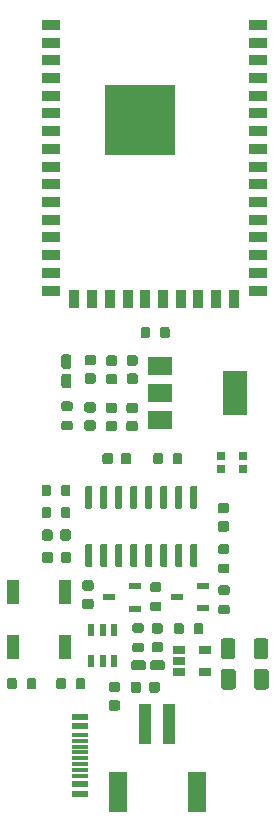
<source format=gbr>
%TF.GenerationSoftware,KiCad,Pcbnew,5.1.5+dfsg1-2build2*%
%TF.CreationDate,2021-06-12T01:28:48+05:30*%
%TF.ProjectId,USBee32-S2,55534265-6533-4322-9d53-322e6b696361,rev?*%
%TF.SameCoordinates,Original*%
%TF.FileFunction,Paste,Top*%
%TF.FilePolarity,Positive*%
%FSLAX46Y46*%
G04 Gerber Fmt 4.6, Leading zero omitted, Abs format (unit mm)*
G04 Created by KiCad (PCBNEW 5.1.5+dfsg1-2build2) date 2021-06-12 01:28:48*
%MOMM*%
%LPD*%
G04 APERTURE LIST*
%ADD10R,1.100000X1.100000*%
%ADD11R,1.500000X0.900000*%
%ADD12R,0.900000X1.500000*%
%ADD13R,6.000000X6.000000*%
%ADD14R,1.060000X0.650000*%
%ADD15R,1.450000X0.600000*%
%ADD16R,1.450000X0.300000*%
%ADD17C,0.100000*%
%ADD18R,1.050000X0.600000*%
%ADD19R,1.500000X3.400000*%
%ADD20R,1.000000X3.500000*%
%ADD21R,0.700000X0.700000*%
%ADD22R,0.600000X1.125000*%
%ADD23R,1.000000X2.000000*%
%ADD24R,2.000000X1.500000*%
%ADD25R,2.000000X3.800000*%
G04 APERTURE END LIST*
D10*
X148010000Y-74750000D03*
X149510000Y-74750000D03*
X151010000Y-74750000D03*
X151010000Y-76250000D03*
X151010000Y-77750000D03*
X149510000Y-77750000D03*
X148010000Y-77750000D03*
X148010000Y-76250000D03*
X149510000Y-76250000D03*
D11*
X159450000Y-68200000D03*
X159450000Y-69700000D03*
X159450000Y-71200000D03*
X159450000Y-72700000D03*
X159450000Y-74200000D03*
X159450000Y-75700000D03*
X159450000Y-77200000D03*
X159450000Y-78700000D03*
X159450000Y-80200000D03*
X159450000Y-81700000D03*
X159450000Y-83200000D03*
X159450000Y-84700000D03*
X159450000Y-86200000D03*
X159450000Y-87700000D03*
X159450000Y-89200000D03*
X159450000Y-90700000D03*
D12*
X157450000Y-91450000D03*
X155950000Y-91450000D03*
X154450000Y-91450000D03*
X152950000Y-91450000D03*
X151450000Y-91450000D03*
X149950000Y-91450000D03*
X148450000Y-91450000D03*
X146950000Y-91450000D03*
X145450000Y-91450000D03*
X143950000Y-91450000D03*
D11*
X141950000Y-90700000D03*
X141950000Y-89200000D03*
X141950000Y-87700000D03*
X141950000Y-86200000D03*
X141950000Y-84700000D03*
X141950000Y-83200000D03*
X141950000Y-81700000D03*
X141950000Y-80200000D03*
X141950000Y-78700000D03*
X141950000Y-77200000D03*
X141950000Y-75700000D03*
X141950000Y-74200000D03*
X141950000Y-72700000D03*
X141950000Y-71200000D03*
X141950000Y-69700000D03*
X141950000Y-68200000D03*
D13*
X149498400Y-76226200D03*
D14*
X154967200Y-121110500D03*
X154967200Y-123010500D03*
X152767200Y-123010500D03*
X152767200Y-122060500D03*
X152767200Y-121110500D03*
D15*
X144458800Y-133298800D03*
X144458800Y-132498800D03*
D16*
X144458800Y-131798800D03*
X144458800Y-131298800D03*
X144458800Y-130798800D03*
X144458800Y-130298800D03*
X144458800Y-128298800D03*
X144458800Y-128798800D03*
X144458800Y-129298800D03*
X144458800Y-129798800D03*
D15*
X144458800Y-127598800D03*
X144458800Y-126798800D03*
D17*
G36*
X157375204Y-122723404D02*
G01*
X157399473Y-122727004D01*
X157423271Y-122732965D01*
X157446371Y-122741230D01*
X157468549Y-122751720D01*
X157489593Y-122764333D01*
X157509298Y-122778947D01*
X157527477Y-122795423D01*
X157543953Y-122813602D01*
X157558567Y-122833307D01*
X157571180Y-122854351D01*
X157581670Y-122876529D01*
X157589935Y-122899629D01*
X157595896Y-122923427D01*
X157599496Y-122947696D01*
X157600700Y-122972200D01*
X157600700Y-124222200D01*
X157599496Y-124246704D01*
X157595896Y-124270973D01*
X157589935Y-124294771D01*
X157581670Y-124317871D01*
X157571180Y-124340049D01*
X157558567Y-124361093D01*
X157543953Y-124380798D01*
X157527477Y-124398977D01*
X157509298Y-124415453D01*
X157489593Y-124430067D01*
X157468549Y-124442680D01*
X157446371Y-124453170D01*
X157423271Y-124461435D01*
X157399473Y-124467396D01*
X157375204Y-124470996D01*
X157350700Y-124472200D01*
X156600700Y-124472200D01*
X156576196Y-124470996D01*
X156551927Y-124467396D01*
X156528129Y-124461435D01*
X156505029Y-124453170D01*
X156482851Y-124442680D01*
X156461807Y-124430067D01*
X156442102Y-124415453D01*
X156423923Y-124398977D01*
X156407447Y-124380798D01*
X156392833Y-124361093D01*
X156380220Y-124340049D01*
X156369730Y-124317871D01*
X156361465Y-124294771D01*
X156355504Y-124270973D01*
X156351904Y-124246704D01*
X156350700Y-124222200D01*
X156350700Y-122972200D01*
X156351904Y-122947696D01*
X156355504Y-122923427D01*
X156361465Y-122899629D01*
X156369730Y-122876529D01*
X156380220Y-122854351D01*
X156392833Y-122833307D01*
X156407447Y-122813602D01*
X156423923Y-122795423D01*
X156442102Y-122778947D01*
X156461807Y-122764333D01*
X156482851Y-122751720D01*
X156505029Y-122741230D01*
X156528129Y-122732965D01*
X156551927Y-122727004D01*
X156576196Y-122723404D01*
X156600700Y-122722200D01*
X157350700Y-122722200D01*
X157375204Y-122723404D01*
G37*
G36*
X160175204Y-122723404D02*
G01*
X160199473Y-122727004D01*
X160223271Y-122732965D01*
X160246371Y-122741230D01*
X160268549Y-122751720D01*
X160289593Y-122764333D01*
X160309298Y-122778947D01*
X160327477Y-122795423D01*
X160343953Y-122813602D01*
X160358567Y-122833307D01*
X160371180Y-122854351D01*
X160381670Y-122876529D01*
X160389935Y-122899629D01*
X160395896Y-122923427D01*
X160399496Y-122947696D01*
X160400700Y-122972200D01*
X160400700Y-124222200D01*
X160399496Y-124246704D01*
X160395896Y-124270973D01*
X160389935Y-124294771D01*
X160381670Y-124317871D01*
X160371180Y-124340049D01*
X160358567Y-124361093D01*
X160343953Y-124380798D01*
X160327477Y-124398977D01*
X160309298Y-124415453D01*
X160289593Y-124430067D01*
X160268549Y-124442680D01*
X160246371Y-124453170D01*
X160223271Y-124461435D01*
X160199473Y-124467396D01*
X160175204Y-124470996D01*
X160150700Y-124472200D01*
X159400700Y-124472200D01*
X159376196Y-124470996D01*
X159351927Y-124467396D01*
X159328129Y-124461435D01*
X159305029Y-124453170D01*
X159282851Y-124442680D01*
X159261807Y-124430067D01*
X159242102Y-124415453D01*
X159223923Y-124398977D01*
X159207447Y-124380798D01*
X159192833Y-124361093D01*
X159180220Y-124340049D01*
X159169730Y-124317871D01*
X159161465Y-124294771D01*
X159155504Y-124270973D01*
X159151904Y-124246704D01*
X159150700Y-124222200D01*
X159150700Y-122972200D01*
X159151904Y-122947696D01*
X159155504Y-122923427D01*
X159161465Y-122899629D01*
X159169730Y-122876529D01*
X159180220Y-122854351D01*
X159192833Y-122833307D01*
X159207447Y-122813602D01*
X159223923Y-122795423D01*
X159242102Y-122778947D01*
X159261807Y-122764333D01*
X159282851Y-122751720D01*
X159305029Y-122741230D01*
X159328129Y-122732965D01*
X159351927Y-122727004D01*
X159376196Y-122723404D01*
X159400700Y-122722200D01*
X160150700Y-122722200D01*
X160175204Y-122723404D01*
G37*
G36*
X141781003Y-107133863D02*
G01*
X141800418Y-107136743D01*
X141819457Y-107141512D01*
X141837937Y-107148124D01*
X141855679Y-107156516D01*
X141872514Y-107166606D01*
X141888279Y-107178298D01*
X141902821Y-107191479D01*
X141916002Y-107206021D01*
X141927694Y-107221786D01*
X141937784Y-107238621D01*
X141946176Y-107256363D01*
X141952788Y-107274843D01*
X141957557Y-107293882D01*
X141960437Y-107313297D01*
X141961400Y-107332900D01*
X141961400Y-107882900D01*
X141960437Y-107902503D01*
X141957557Y-107921918D01*
X141952788Y-107940957D01*
X141946176Y-107959437D01*
X141937784Y-107977179D01*
X141927694Y-107994014D01*
X141916002Y-108009779D01*
X141902821Y-108024321D01*
X141888279Y-108037502D01*
X141872514Y-108049194D01*
X141855679Y-108059284D01*
X141837937Y-108067676D01*
X141819457Y-108074288D01*
X141800418Y-108079057D01*
X141781003Y-108081937D01*
X141761400Y-108082900D01*
X141361400Y-108082900D01*
X141341797Y-108081937D01*
X141322382Y-108079057D01*
X141303343Y-108074288D01*
X141284863Y-108067676D01*
X141267121Y-108059284D01*
X141250286Y-108049194D01*
X141234521Y-108037502D01*
X141219979Y-108024321D01*
X141206798Y-108009779D01*
X141195106Y-107994014D01*
X141185016Y-107977179D01*
X141176624Y-107959437D01*
X141170012Y-107940957D01*
X141165243Y-107921918D01*
X141162363Y-107902503D01*
X141161400Y-107882900D01*
X141161400Y-107332900D01*
X141162363Y-107313297D01*
X141165243Y-107293882D01*
X141170012Y-107274843D01*
X141176624Y-107256363D01*
X141185016Y-107238621D01*
X141195106Y-107221786D01*
X141206798Y-107206021D01*
X141219979Y-107191479D01*
X141234521Y-107178298D01*
X141250286Y-107166606D01*
X141267121Y-107156516D01*
X141284863Y-107148124D01*
X141303343Y-107141512D01*
X141322382Y-107136743D01*
X141341797Y-107133863D01*
X141361400Y-107132900D01*
X141761400Y-107132900D01*
X141781003Y-107133863D01*
G37*
G36*
X143431003Y-107133863D02*
G01*
X143450418Y-107136743D01*
X143469457Y-107141512D01*
X143487937Y-107148124D01*
X143505679Y-107156516D01*
X143522514Y-107166606D01*
X143538279Y-107178298D01*
X143552821Y-107191479D01*
X143566002Y-107206021D01*
X143577694Y-107221786D01*
X143587784Y-107238621D01*
X143596176Y-107256363D01*
X143602788Y-107274843D01*
X143607557Y-107293882D01*
X143610437Y-107313297D01*
X143611400Y-107332900D01*
X143611400Y-107882900D01*
X143610437Y-107902503D01*
X143607557Y-107921918D01*
X143602788Y-107940957D01*
X143596176Y-107959437D01*
X143587784Y-107977179D01*
X143577694Y-107994014D01*
X143566002Y-108009779D01*
X143552821Y-108024321D01*
X143538279Y-108037502D01*
X143522514Y-108049194D01*
X143505679Y-108059284D01*
X143487937Y-108067676D01*
X143469457Y-108074288D01*
X143450418Y-108079057D01*
X143431003Y-108081937D01*
X143411400Y-108082900D01*
X143011400Y-108082900D01*
X142991797Y-108081937D01*
X142972382Y-108079057D01*
X142953343Y-108074288D01*
X142934863Y-108067676D01*
X142917121Y-108059284D01*
X142900286Y-108049194D01*
X142884521Y-108037502D01*
X142869979Y-108024321D01*
X142856798Y-108009779D01*
X142845106Y-107994014D01*
X142835016Y-107977179D01*
X142826624Y-107959437D01*
X142820012Y-107940957D01*
X142815243Y-107921918D01*
X142812363Y-107902503D01*
X142811400Y-107882900D01*
X142811400Y-107332900D01*
X142812363Y-107313297D01*
X142815243Y-107293882D01*
X142820012Y-107274843D01*
X142826624Y-107256363D01*
X142835016Y-107238621D01*
X142845106Y-107221786D01*
X142856798Y-107206021D01*
X142869979Y-107191479D01*
X142884521Y-107178298D01*
X142900286Y-107166606D01*
X142917121Y-107156516D01*
X142934863Y-107148124D01*
X142953343Y-107141512D01*
X142972382Y-107136743D01*
X142991797Y-107133863D01*
X143011400Y-107132900D01*
X143411400Y-107132900D01*
X143431003Y-107133863D01*
G37*
G36*
X151404829Y-122004823D02*
G01*
X151425457Y-122007883D01*
X151445685Y-122012950D01*
X151465320Y-122019976D01*
X151484172Y-122028892D01*
X151502059Y-122039613D01*
X151518809Y-122052035D01*
X151534260Y-122066040D01*
X151548265Y-122081491D01*
X151560687Y-122098241D01*
X151571408Y-122116128D01*
X151580324Y-122134980D01*
X151587350Y-122154615D01*
X151592417Y-122174843D01*
X151595477Y-122195471D01*
X151596500Y-122216300D01*
X151596500Y-122641300D01*
X151595477Y-122662129D01*
X151592417Y-122682757D01*
X151587350Y-122702985D01*
X151580324Y-122722620D01*
X151571408Y-122741472D01*
X151560687Y-122759359D01*
X151548265Y-122776109D01*
X151534260Y-122791560D01*
X151518809Y-122805565D01*
X151502059Y-122817987D01*
X151484172Y-122828708D01*
X151465320Y-122837624D01*
X151445685Y-122844650D01*
X151425457Y-122849717D01*
X151404829Y-122852777D01*
X151384000Y-122853800D01*
X150584000Y-122853800D01*
X150563171Y-122852777D01*
X150542543Y-122849717D01*
X150522315Y-122844650D01*
X150502680Y-122837624D01*
X150483828Y-122828708D01*
X150465941Y-122817987D01*
X150449191Y-122805565D01*
X150433740Y-122791560D01*
X150419735Y-122776109D01*
X150407313Y-122759359D01*
X150396592Y-122741472D01*
X150387676Y-122722620D01*
X150380650Y-122702985D01*
X150375583Y-122682757D01*
X150372523Y-122662129D01*
X150371500Y-122641300D01*
X150371500Y-122216300D01*
X150372523Y-122195471D01*
X150375583Y-122174843D01*
X150380650Y-122154615D01*
X150387676Y-122134980D01*
X150396592Y-122116128D01*
X150407313Y-122098241D01*
X150419735Y-122081491D01*
X150433740Y-122066040D01*
X150449191Y-122052035D01*
X150465941Y-122039613D01*
X150483828Y-122028892D01*
X150502680Y-122019976D01*
X150522315Y-122012950D01*
X150542543Y-122007883D01*
X150563171Y-122004823D01*
X150584000Y-122003800D01*
X151384000Y-122003800D01*
X151404829Y-122004823D01*
G37*
G36*
X149779829Y-122004823D02*
G01*
X149800457Y-122007883D01*
X149820685Y-122012950D01*
X149840320Y-122019976D01*
X149859172Y-122028892D01*
X149877059Y-122039613D01*
X149893809Y-122052035D01*
X149909260Y-122066040D01*
X149923265Y-122081491D01*
X149935687Y-122098241D01*
X149946408Y-122116128D01*
X149955324Y-122134980D01*
X149962350Y-122154615D01*
X149967417Y-122174843D01*
X149970477Y-122195471D01*
X149971500Y-122216300D01*
X149971500Y-122641300D01*
X149970477Y-122662129D01*
X149967417Y-122682757D01*
X149962350Y-122702985D01*
X149955324Y-122722620D01*
X149946408Y-122741472D01*
X149935687Y-122759359D01*
X149923265Y-122776109D01*
X149909260Y-122791560D01*
X149893809Y-122805565D01*
X149877059Y-122817987D01*
X149859172Y-122828708D01*
X149840320Y-122837624D01*
X149820685Y-122844650D01*
X149800457Y-122849717D01*
X149779829Y-122852777D01*
X149759000Y-122853800D01*
X148959000Y-122853800D01*
X148938171Y-122852777D01*
X148917543Y-122849717D01*
X148897315Y-122844650D01*
X148877680Y-122837624D01*
X148858828Y-122828708D01*
X148840941Y-122817987D01*
X148824191Y-122805565D01*
X148808740Y-122791560D01*
X148794735Y-122776109D01*
X148782313Y-122759359D01*
X148771592Y-122741472D01*
X148762676Y-122722620D01*
X148755650Y-122702985D01*
X148750583Y-122682757D01*
X148747523Y-122662129D01*
X148746500Y-122641300D01*
X148746500Y-122216300D01*
X148747523Y-122195471D01*
X148750583Y-122174843D01*
X148755650Y-122154615D01*
X148762676Y-122134980D01*
X148771592Y-122116128D01*
X148782313Y-122098241D01*
X148794735Y-122081491D01*
X148808740Y-122066040D01*
X148824191Y-122052035D01*
X148840941Y-122039613D01*
X148858828Y-122028892D01*
X148877680Y-122019976D01*
X148897315Y-122012950D01*
X148917543Y-122007883D01*
X148938171Y-122004823D01*
X148959000Y-122003800D01*
X149759000Y-122003800D01*
X149779829Y-122004823D01*
G37*
D18*
X146912500Y-116675700D03*
X149112500Y-115725700D03*
X149112500Y-117625700D03*
X152614800Y-116650300D03*
X154814800Y-115700300D03*
X154814800Y-117600300D03*
D17*
G36*
X147612011Y-125385893D02*
G01*
X147633246Y-125389043D01*
X147654070Y-125394259D01*
X147674282Y-125401491D01*
X147693688Y-125410670D01*
X147712101Y-125421706D01*
X147729344Y-125434494D01*
X147745250Y-125448910D01*
X147759666Y-125464816D01*
X147772454Y-125482059D01*
X147783490Y-125500472D01*
X147792669Y-125519878D01*
X147799901Y-125540090D01*
X147805117Y-125560914D01*
X147808267Y-125582149D01*
X147809320Y-125603590D01*
X147809320Y-126041090D01*
X147808267Y-126062531D01*
X147805117Y-126083766D01*
X147799901Y-126104590D01*
X147792669Y-126124802D01*
X147783490Y-126144208D01*
X147772454Y-126162621D01*
X147759666Y-126179864D01*
X147745250Y-126195770D01*
X147729344Y-126210186D01*
X147712101Y-126222974D01*
X147693688Y-126234010D01*
X147674282Y-126243189D01*
X147654070Y-126250421D01*
X147633246Y-126255637D01*
X147612011Y-126258787D01*
X147590570Y-126259840D01*
X147078070Y-126259840D01*
X147056629Y-126258787D01*
X147035394Y-126255637D01*
X147014570Y-126250421D01*
X146994358Y-126243189D01*
X146974952Y-126234010D01*
X146956539Y-126222974D01*
X146939296Y-126210186D01*
X146923390Y-126195770D01*
X146908974Y-126179864D01*
X146896186Y-126162621D01*
X146885150Y-126144208D01*
X146875971Y-126124802D01*
X146868739Y-126104590D01*
X146863523Y-126083766D01*
X146860373Y-126062531D01*
X146859320Y-126041090D01*
X146859320Y-125603590D01*
X146860373Y-125582149D01*
X146863523Y-125560914D01*
X146868739Y-125540090D01*
X146875971Y-125519878D01*
X146885150Y-125500472D01*
X146896186Y-125482059D01*
X146908974Y-125464816D01*
X146923390Y-125448910D01*
X146939296Y-125434494D01*
X146956539Y-125421706D01*
X146974952Y-125410670D01*
X146994358Y-125401491D01*
X147014570Y-125394259D01*
X147035394Y-125389043D01*
X147056629Y-125385893D01*
X147078070Y-125384840D01*
X147590570Y-125384840D01*
X147612011Y-125385893D01*
G37*
G36*
X147612011Y-123810893D02*
G01*
X147633246Y-123814043D01*
X147654070Y-123819259D01*
X147674282Y-123826491D01*
X147693688Y-123835670D01*
X147712101Y-123846706D01*
X147729344Y-123859494D01*
X147745250Y-123873910D01*
X147759666Y-123889816D01*
X147772454Y-123907059D01*
X147783490Y-123925472D01*
X147792669Y-123944878D01*
X147799901Y-123965090D01*
X147805117Y-123985914D01*
X147808267Y-124007149D01*
X147809320Y-124028590D01*
X147809320Y-124466090D01*
X147808267Y-124487531D01*
X147805117Y-124508766D01*
X147799901Y-124529590D01*
X147792669Y-124549802D01*
X147783490Y-124569208D01*
X147772454Y-124587621D01*
X147759666Y-124604864D01*
X147745250Y-124620770D01*
X147729344Y-124635186D01*
X147712101Y-124647974D01*
X147693688Y-124659010D01*
X147674282Y-124668189D01*
X147654070Y-124675421D01*
X147633246Y-124680637D01*
X147612011Y-124683787D01*
X147590570Y-124684840D01*
X147078070Y-124684840D01*
X147056629Y-124683787D01*
X147035394Y-124680637D01*
X147014570Y-124675421D01*
X146994358Y-124668189D01*
X146974952Y-124659010D01*
X146956539Y-124647974D01*
X146939296Y-124635186D01*
X146923390Y-124620770D01*
X146908974Y-124604864D01*
X146896186Y-124587621D01*
X146885150Y-124569208D01*
X146875971Y-124549802D01*
X146868739Y-124529590D01*
X146863523Y-124508766D01*
X146860373Y-124487531D01*
X146859320Y-124466090D01*
X146859320Y-124028590D01*
X146860373Y-124007149D01*
X146863523Y-123985914D01*
X146868739Y-123965090D01*
X146875971Y-123944878D01*
X146885150Y-123925472D01*
X146896186Y-123907059D01*
X146908974Y-123889816D01*
X146923390Y-123873910D01*
X146939296Y-123859494D01*
X146956539Y-123846706D01*
X146974952Y-123835670D01*
X146994358Y-123826491D01*
X147014570Y-123819259D01*
X147035394Y-123814043D01*
X147056629Y-123810893D01*
X147078070Y-123809840D01*
X147590570Y-123809840D01*
X147612011Y-123810893D01*
G37*
G36*
X149390511Y-123803973D02*
G01*
X149411746Y-123807123D01*
X149432570Y-123812339D01*
X149452782Y-123819571D01*
X149472188Y-123828750D01*
X149490601Y-123839786D01*
X149507844Y-123852574D01*
X149523750Y-123866990D01*
X149538166Y-123882896D01*
X149550954Y-123900139D01*
X149561990Y-123918552D01*
X149571169Y-123937958D01*
X149578401Y-123958170D01*
X149583617Y-123978994D01*
X149586767Y-124000229D01*
X149587820Y-124021670D01*
X149587820Y-124534170D01*
X149586767Y-124555611D01*
X149583617Y-124576846D01*
X149578401Y-124597670D01*
X149571169Y-124617882D01*
X149561990Y-124637288D01*
X149550954Y-124655701D01*
X149538166Y-124672944D01*
X149523750Y-124688850D01*
X149507844Y-124703266D01*
X149490601Y-124716054D01*
X149472188Y-124727090D01*
X149452782Y-124736269D01*
X149432570Y-124743501D01*
X149411746Y-124748717D01*
X149390511Y-124751867D01*
X149369070Y-124752920D01*
X148931570Y-124752920D01*
X148910129Y-124751867D01*
X148888894Y-124748717D01*
X148868070Y-124743501D01*
X148847858Y-124736269D01*
X148828452Y-124727090D01*
X148810039Y-124716054D01*
X148792796Y-124703266D01*
X148776890Y-124688850D01*
X148762474Y-124672944D01*
X148749686Y-124655701D01*
X148738650Y-124637288D01*
X148729471Y-124617882D01*
X148722239Y-124597670D01*
X148717023Y-124576846D01*
X148713873Y-124555611D01*
X148712820Y-124534170D01*
X148712820Y-124021670D01*
X148713873Y-124000229D01*
X148717023Y-123978994D01*
X148722239Y-123958170D01*
X148729471Y-123937958D01*
X148738650Y-123918552D01*
X148749686Y-123900139D01*
X148762474Y-123882896D01*
X148776890Y-123866990D01*
X148792796Y-123852574D01*
X148810039Y-123839786D01*
X148828452Y-123828750D01*
X148847858Y-123819571D01*
X148868070Y-123812339D01*
X148888894Y-123807123D01*
X148910129Y-123803973D01*
X148931570Y-123802920D01*
X149369070Y-123802920D01*
X149390511Y-123803973D01*
G37*
G36*
X150965511Y-123803973D02*
G01*
X150986746Y-123807123D01*
X151007570Y-123812339D01*
X151027782Y-123819571D01*
X151047188Y-123828750D01*
X151065601Y-123839786D01*
X151082844Y-123852574D01*
X151098750Y-123866990D01*
X151113166Y-123882896D01*
X151125954Y-123900139D01*
X151136990Y-123918552D01*
X151146169Y-123937958D01*
X151153401Y-123958170D01*
X151158617Y-123978994D01*
X151161767Y-124000229D01*
X151162820Y-124021670D01*
X151162820Y-124534170D01*
X151161767Y-124555611D01*
X151158617Y-124576846D01*
X151153401Y-124597670D01*
X151146169Y-124617882D01*
X151136990Y-124637288D01*
X151125954Y-124655701D01*
X151113166Y-124672944D01*
X151098750Y-124688850D01*
X151082844Y-124703266D01*
X151065601Y-124716054D01*
X151047188Y-124727090D01*
X151027782Y-124736269D01*
X151007570Y-124743501D01*
X150986746Y-124748717D01*
X150965511Y-124751867D01*
X150944070Y-124752920D01*
X150506570Y-124752920D01*
X150485129Y-124751867D01*
X150463894Y-124748717D01*
X150443070Y-124743501D01*
X150422858Y-124736269D01*
X150403452Y-124727090D01*
X150385039Y-124716054D01*
X150367796Y-124703266D01*
X150351890Y-124688850D01*
X150337474Y-124672944D01*
X150324686Y-124655701D01*
X150313650Y-124637288D01*
X150304471Y-124617882D01*
X150297239Y-124597670D01*
X150292023Y-124576846D01*
X150288873Y-124555611D01*
X150287820Y-124534170D01*
X150287820Y-124021670D01*
X150288873Y-124000229D01*
X150292023Y-123978994D01*
X150297239Y-123958170D01*
X150304471Y-123937958D01*
X150313650Y-123918552D01*
X150324686Y-123900139D01*
X150337474Y-123882896D01*
X150351890Y-123866990D01*
X150367796Y-123852574D01*
X150385039Y-123839786D01*
X150403452Y-123828750D01*
X150422858Y-123819571D01*
X150443070Y-123812339D01*
X150463894Y-123807123D01*
X150485129Y-123803973D01*
X150506570Y-123802920D01*
X150944070Y-123802920D01*
X150965511Y-123803973D01*
G37*
D19*
X147596200Y-133157200D03*
X154296200Y-133157200D03*
D20*
X149946200Y-127407200D03*
X151946200Y-127407200D03*
D21*
X156350720Y-105777920D03*
X156350720Y-104677920D03*
X158180720Y-104677920D03*
X158180720Y-105777920D03*
D17*
G36*
X151236591Y-120430353D02*
G01*
X151257826Y-120433503D01*
X151278650Y-120438719D01*
X151298862Y-120445951D01*
X151318268Y-120455130D01*
X151336681Y-120466166D01*
X151353924Y-120478954D01*
X151369830Y-120493370D01*
X151384246Y-120509276D01*
X151397034Y-120526519D01*
X151408070Y-120544932D01*
X151417249Y-120564338D01*
X151424481Y-120584550D01*
X151429697Y-120605374D01*
X151432847Y-120626609D01*
X151433900Y-120648050D01*
X151433900Y-121085550D01*
X151432847Y-121106991D01*
X151429697Y-121128226D01*
X151424481Y-121149050D01*
X151417249Y-121169262D01*
X151408070Y-121188668D01*
X151397034Y-121207081D01*
X151384246Y-121224324D01*
X151369830Y-121240230D01*
X151353924Y-121254646D01*
X151336681Y-121267434D01*
X151318268Y-121278470D01*
X151298862Y-121287649D01*
X151278650Y-121294881D01*
X151257826Y-121300097D01*
X151236591Y-121303247D01*
X151215150Y-121304300D01*
X150702650Y-121304300D01*
X150681209Y-121303247D01*
X150659974Y-121300097D01*
X150639150Y-121294881D01*
X150618938Y-121287649D01*
X150599532Y-121278470D01*
X150581119Y-121267434D01*
X150563876Y-121254646D01*
X150547970Y-121240230D01*
X150533554Y-121224324D01*
X150520766Y-121207081D01*
X150509730Y-121188668D01*
X150500551Y-121169262D01*
X150493319Y-121149050D01*
X150488103Y-121128226D01*
X150484953Y-121106991D01*
X150483900Y-121085550D01*
X150483900Y-120648050D01*
X150484953Y-120626609D01*
X150488103Y-120605374D01*
X150493319Y-120584550D01*
X150500551Y-120564338D01*
X150509730Y-120544932D01*
X150520766Y-120526519D01*
X150533554Y-120509276D01*
X150547970Y-120493370D01*
X150563876Y-120478954D01*
X150581119Y-120466166D01*
X150599532Y-120455130D01*
X150618938Y-120445951D01*
X150639150Y-120438719D01*
X150659974Y-120433503D01*
X150681209Y-120430353D01*
X150702650Y-120429300D01*
X151215150Y-120429300D01*
X151236591Y-120430353D01*
G37*
G36*
X151236591Y-118855353D02*
G01*
X151257826Y-118858503D01*
X151278650Y-118863719D01*
X151298862Y-118870951D01*
X151318268Y-118880130D01*
X151336681Y-118891166D01*
X151353924Y-118903954D01*
X151369830Y-118918370D01*
X151384246Y-118934276D01*
X151397034Y-118951519D01*
X151408070Y-118969932D01*
X151417249Y-118989338D01*
X151424481Y-119009550D01*
X151429697Y-119030374D01*
X151432847Y-119051609D01*
X151433900Y-119073050D01*
X151433900Y-119510550D01*
X151432847Y-119531991D01*
X151429697Y-119553226D01*
X151424481Y-119574050D01*
X151417249Y-119594262D01*
X151408070Y-119613668D01*
X151397034Y-119632081D01*
X151384246Y-119649324D01*
X151369830Y-119665230D01*
X151353924Y-119679646D01*
X151336681Y-119692434D01*
X151318268Y-119703470D01*
X151298862Y-119712649D01*
X151278650Y-119719881D01*
X151257826Y-119725097D01*
X151236591Y-119728247D01*
X151215150Y-119729300D01*
X150702650Y-119729300D01*
X150681209Y-119728247D01*
X150659974Y-119725097D01*
X150639150Y-119719881D01*
X150618938Y-119712649D01*
X150599532Y-119703470D01*
X150581119Y-119692434D01*
X150563876Y-119679646D01*
X150547970Y-119665230D01*
X150533554Y-119649324D01*
X150520766Y-119632081D01*
X150509730Y-119613668D01*
X150500551Y-119594262D01*
X150493319Y-119574050D01*
X150488103Y-119553226D01*
X150484953Y-119531991D01*
X150483900Y-119510550D01*
X150483900Y-119073050D01*
X150484953Y-119051609D01*
X150488103Y-119030374D01*
X150493319Y-119009550D01*
X150500551Y-118989338D01*
X150509730Y-118969932D01*
X150520766Y-118951519D01*
X150533554Y-118934276D01*
X150547970Y-118918370D01*
X150563876Y-118903954D01*
X150581119Y-118891166D01*
X150599532Y-118880130D01*
X150618938Y-118870951D01*
X150639150Y-118863719D01*
X150659974Y-118858503D01*
X150681209Y-118855353D01*
X150702650Y-118854300D01*
X151215150Y-118854300D01*
X151236591Y-118855353D01*
G37*
D22*
X147286100Y-122089800D03*
X146336100Y-122089800D03*
X145386100Y-122089800D03*
X145386100Y-119465800D03*
X146336100Y-119465800D03*
X147286100Y-119465800D03*
D17*
G36*
X151255203Y-104454163D02*
G01*
X151274618Y-104457043D01*
X151293657Y-104461812D01*
X151312137Y-104468424D01*
X151329879Y-104476816D01*
X151346714Y-104486906D01*
X151362479Y-104498598D01*
X151377021Y-104511779D01*
X151390202Y-104526321D01*
X151401894Y-104542086D01*
X151411984Y-104558921D01*
X151420376Y-104576663D01*
X151426988Y-104595143D01*
X151431757Y-104614182D01*
X151434637Y-104633597D01*
X151435600Y-104653200D01*
X151435600Y-105203200D01*
X151434637Y-105222803D01*
X151431757Y-105242218D01*
X151426988Y-105261257D01*
X151420376Y-105279737D01*
X151411984Y-105297479D01*
X151401894Y-105314314D01*
X151390202Y-105330079D01*
X151377021Y-105344621D01*
X151362479Y-105357802D01*
X151346714Y-105369494D01*
X151329879Y-105379584D01*
X151312137Y-105387976D01*
X151293657Y-105394588D01*
X151274618Y-105399357D01*
X151255203Y-105402237D01*
X151235600Y-105403200D01*
X150835600Y-105403200D01*
X150815997Y-105402237D01*
X150796582Y-105399357D01*
X150777543Y-105394588D01*
X150759063Y-105387976D01*
X150741321Y-105379584D01*
X150724486Y-105369494D01*
X150708721Y-105357802D01*
X150694179Y-105344621D01*
X150680998Y-105330079D01*
X150669306Y-105314314D01*
X150659216Y-105297479D01*
X150650824Y-105279737D01*
X150644212Y-105261257D01*
X150639443Y-105242218D01*
X150636563Y-105222803D01*
X150635600Y-105203200D01*
X150635600Y-104653200D01*
X150636563Y-104633597D01*
X150639443Y-104614182D01*
X150644212Y-104595143D01*
X150650824Y-104576663D01*
X150659216Y-104558921D01*
X150669306Y-104542086D01*
X150680998Y-104526321D01*
X150694179Y-104511779D01*
X150708721Y-104498598D01*
X150724486Y-104486906D01*
X150741321Y-104476816D01*
X150759063Y-104468424D01*
X150777543Y-104461812D01*
X150796582Y-104457043D01*
X150815997Y-104454163D01*
X150835600Y-104453200D01*
X151235600Y-104453200D01*
X151255203Y-104454163D01*
G37*
G36*
X152905203Y-104454163D02*
G01*
X152924618Y-104457043D01*
X152943657Y-104461812D01*
X152962137Y-104468424D01*
X152979879Y-104476816D01*
X152996714Y-104486906D01*
X153012479Y-104498598D01*
X153027021Y-104511779D01*
X153040202Y-104526321D01*
X153051894Y-104542086D01*
X153061984Y-104558921D01*
X153070376Y-104576663D01*
X153076988Y-104595143D01*
X153081757Y-104614182D01*
X153084637Y-104633597D01*
X153085600Y-104653200D01*
X153085600Y-105203200D01*
X153084637Y-105222803D01*
X153081757Y-105242218D01*
X153076988Y-105261257D01*
X153070376Y-105279737D01*
X153061984Y-105297479D01*
X153051894Y-105314314D01*
X153040202Y-105330079D01*
X153027021Y-105344621D01*
X153012479Y-105357802D01*
X152996714Y-105369494D01*
X152979879Y-105379584D01*
X152962137Y-105387976D01*
X152943657Y-105394588D01*
X152924618Y-105399357D01*
X152905203Y-105402237D01*
X152885600Y-105403200D01*
X152485600Y-105403200D01*
X152465997Y-105402237D01*
X152446582Y-105399357D01*
X152427543Y-105394588D01*
X152409063Y-105387976D01*
X152391321Y-105379584D01*
X152374486Y-105369494D01*
X152358721Y-105357802D01*
X152344179Y-105344621D01*
X152330998Y-105330079D01*
X152319306Y-105314314D01*
X152309216Y-105297479D01*
X152300824Y-105279737D01*
X152294212Y-105261257D01*
X152289443Y-105242218D01*
X152286563Y-105222803D01*
X152285600Y-105203200D01*
X152285600Y-104653200D01*
X152286563Y-104633597D01*
X152289443Y-104614182D01*
X152294212Y-104595143D01*
X152300824Y-104576663D01*
X152309216Y-104558921D01*
X152319306Y-104542086D01*
X152330998Y-104526321D01*
X152344179Y-104511779D01*
X152358721Y-104498598D01*
X152374486Y-104486906D01*
X152391321Y-104476816D01*
X152409063Y-104468424D01*
X152427543Y-104461812D01*
X152446582Y-104457043D01*
X152465997Y-104454163D01*
X152485600Y-104453200D01*
X152885600Y-104453200D01*
X152905203Y-104454163D01*
G37*
G36*
X149627903Y-118867963D02*
G01*
X149647318Y-118870843D01*
X149666357Y-118875612D01*
X149684837Y-118882224D01*
X149702579Y-118890616D01*
X149719414Y-118900706D01*
X149735179Y-118912398D01*
X149749721Y-118925579D01*
X149762902Y-118940121D01*
X149774594Y-118955886D01*
X149784684Y-118972721D01*
X149793076Y-118990463D01*
X149799688Y-119008943D01*
X149804457Y-119027982D01*
X149807337Y-119047397D01*
X149808300Y-119067000D01*
X149808300Y-119467000D01*
X149807337Y-119486603D01*
X149804457Y-119506018D01*
X149799688Y-119525057D01*
X149793076Y-119543537D01*
X149784684Y-119561279D01*
X149774594Y-119578114D01*
X149762902Y-119593879D01*
X149749721Y-119608421D01*
X149735179Y-119621602D01*
X149719414Y-119633294D01*
X149702579Y-119643384D01*
X149684837Y-119651776D01*
X149666357Y-119658388D01*
X149647318Y-119663157D01*
X149627903Y-119666037D01*
X149608300Y-119667000D01*
X149058300Y-119667000D01*
X149038697Y-119666037D01*
X149019282Y-119663157D01*
X149000243Y-119658388D01*
X148981763Y-119651776D01*
X148964021Y-119643384D01*
X148947186Y-119633294D01*
X148931421Y-119621602D01*
X148916879Y-119608421D01*
X148903698Y-119593879D01*
X148892006Y-119578114D01*
X148881916Y-119561279D01*
X148873524Y-119543537D01*
X148866912Y-119525057D01*
X148862143Y-119506018D01*
X148859263Y-119486603D01*
X148858300Y-119467000D01*
X148858300Y-119067000D01*
X148859263Y-119047397D01*
X148862143Y-119027982D01*
X148866912Y-119008943D01*
X148873524Y-118990463D01*
X148881916Y-118972721D01*
X148892006Y-118955886D01*
X148903698Y-118940121D01*
X148916879Y-118925579D01*
X148931421Y-118912398D01*
X148947186Y-118900706D01*
X148964021Y-118890616D01*
X148981763Y-118882224D01*
X149000243Y-118875612D01*
X149019282Y-118870843D01*
X149038697Y-118867963D01*
X149058300Y-118867000D01*
X149608300Y-118867000D01*
X149627903Y-118867963D01*
G37*
G36*
X149627903Y-120517963D02*
G01*
X149647318Y-120520843D01*
X149666357Y-120525612D01*
X149684837Y-120532224D01*
X149702579Y-120540616D01*
X149719414Y-120550706D01*
X149735179Y-120562398D01*
X149749721Y-120575579D01*
X149762902Y-120590121D01*
X149774594Y-120605886D01*
X149784684Y-120622721D01*
X149793076Y-120640463D01*
X149799688Y-120658943D01*
X149804457Y-120677982D01*
X149807337Y-120697397D01*
X149808300Y-120717000D01*
X149808300Y-121117000D01*
X149807337Y-121136603D01*
X149804457Y-121156018D01*
X149799688Y-121175057D01*
X149793076Y-121193537D01*
X149784684Y-121211279D01*
X149774594Y-121228114D01*
X149762902Y-121243879D01*
X149749721Y-121258421D01*
X149735179Y-121271602D01*
X149719414Y-121283294D01*
X149702579Y-121293384D01*
X149684837Y-121301776D01*
X149666357Y-121308388D01*
X149647318Y-121313157D01*
X149627903Y-121316037D01*
X149608300Y-121317000D01*
X149058300Y-121317000D01*
X149038697Y-121316037D01*
X149019282Y-121313157D01*
X149000243Y-121308388D01*
X148981763Y-121301776D01*
X148964021Y-121293384D01*
X148947186Y-121283294D01*
X148931421Y-121271602D01*
X148916879Y-121258421D01*
X148903698Y-121243879D01*
X148892006Y-121228114D01*
X148881916Y-121211279D01*
X148873524Y-121193537D01*
X148866912Y-121175057D01*
X148862143Y-121156018D01*
X148859263Y-121136603D01*
X148858300Y-121117000D01*
X148858300Y-120717000D01*
X148859263Y-120697397D01*
X148862143Y-120677982D01*
X148866912Y-120658943D01*
X148873524Y-120640463D01*
X148881916Y-120622721D01*
X148892006Y-120605886D01*
X148903698Y-120590121D01*
X148916879Y-120575579D01*
X148931421Y-120562398D01*
X148947186Y-120550706D01*
X148964021Y-120540616D01*
X148981763Y-120532224D01*
X149000243Y-120525612D01*
X149019282Y-120520843D01*
X149038697Y-120517963D01*
X149058300Y-120517000D01*
X149608300Y-120517000D01*
X149627903Y-120517963D01*
G37*
G36*
X153007803Y-118855963D02*
G01*
X153027218Y-118858843D01*
X153046257Y-118863612D01*
X153064737Y-118870224D01*
X153082479Y-118878616D01*
X153099314Y-118888706D01*
X153115079Y-118900398D01*
X153129621Y-118913579D01*
X153142802Y-118928121D01*
X153154494Y-118943886D01*
X153164584Y-118960721D01*
X153172976Y-118978463D01*
X153179588Y-118996943D01*
X153184357Y-119015982D01*
X153187237Y-119035397D01*
X153188200Y-119055000D01*
X153188200Y-119605000D01*
X153187237Y-119624603D01*
X153184357Y-119644018D01*
X153179588Y-119663057D01*
X153172976Y-119681537D01*
X153164584Y-119699279D01*
X153154494Y-119716114D01*
X153142802Y-119731879D01*
X153129621Y-119746421D01*
X153115079Y-119759602D01*
X153099314Y-119771294D01*
X153082479Y-119781384D01*
X153064737Y-119789776D01*
X153046257Y-119796388D01*
X153027218Y-119801157D01*
X153007803Y-119804037D01*
X152988200Y-119805000D01*
X152588200Y-119805000D01*
X152568597Y-119804037D01*
X152549182Y-119801157D01*
X152530143Y-119796388D01*
X152511663Y-119789776D01*
X152493921Y-119781384D01*
X152477086Y-119771294D01*
X152461321Y-119759602D01*
X152446779Y-119746421D01*
X152433598Y-119731879D01*
X152421906Y-119716114D01*
X152411816Y-119699279D01*
X152403424Y-119681537D01*
X152396812Y-119663057D01*
X152392043Y-119644018D01*
X152389163Y-119624603D01*
X152388200Y-119605000D01*
X152388200Y-119055000D01*
X152389163Y-119035397D01*
X152392043Y-119015982D01*
X152396812Y-118996943D01*
X152403424Y-118978463D01*
X152411816Y-118960721D01*
X152421906Y-118943886D01*
X152433598Y-118928121D01*
X152446779Y-118913579D01*
X152461321Y-118900398D01*
X152477086Y-118888706D01*
X152493921Y-118878616D01*
X152511663Y-118870224D01*
X152530143Y-118863612D01*
X152549182Y-118858843D01*
X152568597Y-118855963D01*
X152588200Y-118855000D01*
X152988200Y-118855000D01*
X153007803Y-118855963D01*
G37*
G36*
X154657803Y-118855963D02*
G01*
X154677218Y-118858843D01*
X154696257Y-118863612D01*
X154714737Y-118870224D01*
X154732479Y-118878616D01*
X154749314Y-118888706D01*
X154765079Y-118900398D01*
X154779621Y-118913579D01*
X154792802Y-118928121D01*
X154804494Y-118943886D01*
X154814584Y-118960721D01*
X154822976Y-118978463D01*
X154829588Y-118996943D01*
X154834357Y-119015982D01*
X154837237Y-119035397D01*
X154838200Y-119055000D01*
X154838200Y-119605000D01*
X154837237Y-119624603D01*
X154834357Y-119644018D01*
X154829588Y-119663057D01*
X154822976Y-119681537D01*
X154814584Y-119699279D01*
X154804494Y-119716114D01*
X154792802Y-119731879D01*
X154779621Y-119746421D01*
X154765079Y-119759602D01*
X154749314Y-119771294D01*
X154732479Y-119781384D01*
X154714737Y-119789776D01*
X154696257Y-119796388D01*
X154677218Y-119801157D01*
X154657803Y-119804037D01*
X154638200Y-119805000D01*
X154238200Y-119805000D01*
X154218597Y-119804037D01*
X154199182Y-119801157D01*
X154180143Y-119796388D01*
X154161663Y-119789776D01*
X154143921Y-119781384D01*
X154127086Y-119771294D01*
X154111321Y-119759602D01*
X154096779Y-119746421D01*
X154083598Y-119731879D01*
X154071906Y-119716114D01*
X154061816Y-119699279D01*
X154053424Y-119681537D01*
X154046812Y-119663057D01*
X154042043Y-119644018D01*
X154039163Y-119624603D01*
X154038200Y-119605000D01*
X154038200Y-119055000D01*
X154039163Y-119035397D01*
X154042043Y-119015982D01*
X154046812Y-118996943D01*
X154053424Y-118978463D01*
X154061816Y-118960721D01*
X154071906Y-118943886D01*
X154083598Y-118928121D01*
X154096779Y-118913579D01*
X154111321Y-118900398D01*
X154127086Y-118888706D01*
X154143921Y-118878616D01*
X154161663Y-118870224D01*
X154180143Y-118863612D01*
X154199182Y-118858843D01*
X154218597Y-118855963D01*
X154238200Y-118855000D01*
X154638200Y-118855000D01*
X154657803Y-118855963D01*
G37*
G36*
X147382854Y-97735883D02*
G01*
X147404695Y-97739123D01*
X147426114Y-97744488D01*
X147446904Y-97751927D01*
X147466864Y-97761368D01*
X147485803Y-97772719D01*
X147503538Y-97785873D01*
X147519899Y-97800701D01*
X147534727Y-97817062D01*
X147547881Y-97834797D01*
X147559232Y-97853736D01*
X147568673Y-97873696D01*
X147576112Y-97894486D01*
X147581477Y-97915905D01*
X147584717Y-97937746D01*
X147585800Y-97959800D01*
X147585800Y-98409800D01*
X147584717Y-98431854D01*
X147581477Y-98453695D01*
X147576112Y-98475114D01*
X147568673Y-98495904D01*
X147559232Y-98515864D01*
X147547881Y-98534803D01*
X147534727Y-98552538D01*
X147519899Y-98568899D01*
X147503538Y-98583727D01*
X147485803Y-98596881D01*
X147466864Y-98608232D01*
X147446904Y-98617673D01*
X147426114Y-98625112D01*
X147404695Y-98630477D01*
X147382854Y-98633717D01*
X147360800Y-98634800D01*
X146860800Y-98634800D01*
X146838746Y-98633717D01*
X146816905Y-98630477D01*
X146795486Y-98625112D01*
X146774696Y-98617673D01*
X146754736Y-98608232D01*
X146735797Y-98596881D01*
X146718062Y-98583727D01*
X146701701Y-98568899D01*
X146686873Y-98552538D01*
X146673719Y-98534803D01*
X146662368Y-98515864D01*
X146652927Y-98495904D01*
X146645488Y-98475114D01*
X146640123Y-98453695D01*
X146636883Y-98431854D01*
X146635800Y-98409800D01*
X146635800Y-97959800D01*
X146636883Y-97937746D01*
X146640123Y-97915905D01*
X146645488Y-97894486D01*
X146652927Y-97873696D01*
X146662368Y-97853736D01*
X146673719Y-97834797D01*
X146686873Y-97817062D01*
X146701701Y-97800701D01*
X146718062Y-97785873D01*
X146735797Y-97772719D01*
X146754736Y-97761368D01*
X146774696Y-97751927D01*
X146795486Y-97744488D01*
X146816905Y-97739123D01*
X146838746Y-97735883D01*
X146860800Y-97734800D01*
X147360800Y-97734800D01*
X147382854Y-97735883D01*
G37*
G36*
X147382854Y-96185883D02*
G01*
X147404695Y-96189123D01*
X147426114Y-96194488D01*
X147446904Y-96201927D01*
X147466864Y-96211368D01*
X147485803Y-96222719D01*
X147503538Y-96235873D01*
X147519899Y-96250701D01*
X147534727Y-96267062D01*
X147547881Y-96284797D01*
X147559232Y-96303736D01*
X147568673Y-96323696D01*
X147576112Y-96344486D01*
X147581477Y-96365905D01*
X147584717Y-96387746D01*
X147585800Y-96409800D01*
X147585800Y-96859800D01*
X147584717Y-96881854D01*
X147581477Y-96903695D01*
X147576112Y-96925114D01*
X147568673Y-96945904D01*
X147559232Y-96965864D01*
X147547881Y-96984803D01*
X147534727Y-97002538D01*
X147519899Y-97018899D01*
X147503538Y-97033727D01*
X147485803Y-97046881D01*
X147466864Y-97058232D01*
X147446904Y-97067673D01*
X147426114Y-97075112D01*
X147404695Y-97080477D01*
X147382854Y-97083717D01*
X147360800Y-97084800D01*
X146860800Y-97084800D01*
X146838746Y-97083717D01*
X146816905Y-97080477D01*
X146795486Y-97075112D01*
X146774696Y-97067673D01*
X146754736Y-97058232D01*
X146735797Y-97046881D01*
X146718062Y-97033727D01*
X146701701Y-97018899D01*
X146686873Y-97002538D01*
X146673719Y-96984803D01*
X146662368Y-96965864D01*
X146652927Y-96945904D01*
X146645488Y-96925114D01*
X146640123Y-96903695D01*
X146636883Y-96881854D01*
X146635800Y-96859800D01*
X146635800Y-96409800D01*
X146636883Y-96387746D01*
X146640123Y-96365905D01*
X146645488Y-96344486D01*
X146652927Y-96323696D01*
X146662368Y-96303736D01*
X146673719Y-96284797D01*
X146686873Y-96267062D01*
X146701701Y-96250701D01*
X146718062Y-96235873D01*
X146735797Y-96222719D01*
X146754736Y-96211368D01*
X146774696Y-96201927D01*
X146795486Y-96194488D01*
X146816905Y-96189123D01*
X146838746Y-96185883D01*
X146860800Y-96184800D01*
X147360800Y-96184800D01*
X147382854Y-96185883D01*
G37*
G36*
X147344754Y-101723383D02*
G01*
X147366595Y-101726623D01*
X147388014Y-101731988D01*
X147408804Y-101739427D01*
X147428764Y-101748868D01*
X147447703Y-101760219D01*
X147465438Y-101773373D01*
X147481799Y-101788201D01*
X147496627Y-101804562D01*
X147509781Y-101822297D01*
X147521132Y-101841236D01*
X147530573Y-101861196D01*
X147538012Y-101881986D01*
X147543377Y-101903405D01*
X147546617Y-101925246D01*
X147547700Y-101947300D01*
X147547700Y-102397300D01*
X147546617Y-102419354D01*
X147543377Y-102441195D01*
X147538012Y-102462614D01*
X147530573Y-102483404D01*
X147521132Y-102503364D01*
X147509781Y-102522303D01*
X147496627Y-102540038D01*
X147481799Y-102556399D01*
X147465438Y-102571227D01*
X147447703Y-102584381D01*
X147428764Y-102595732D01*
X147408804Y-102605173D01*
X147388014Y-102612612D01*
X147366595Y-102617977D01*
X147344754Y-102621217D01*
X147322700Y-102622300D01*
X146822700Y-102622300D01*
X146800646Y-102621217D01*
X146778805Y-102617977D01*
X146757386Y-102612612D01*
X146736596Y-102605173D01*
X146716636Y-102595732D01*
X146697697Y-102584381D01*
X146679962Y-102571227D01*
X146663601Y-102556399D01*
X146648773Y-102540038D01*
X146635619Y-102522303D01*
X146624268Y-102503364D01*
X146614827Y-102483404D01*
X146607388Y-102462614D01*
X146602023Y-102441195D01*
X146598783Y-102419354D01*
X146597700Y-102397300D01*
X146597700Y-101947300D01*
X146598783Y-101925246D01*
X146602023Y-101903405D01*
X146607388Y-101881986D01*
X146614827Y-101861196D01*
X146624268Y-101841236D01*
X146635619Y-101822297D01*
X146648773Y-101804562D01*
X146663601Y-101788201D01*
X146679962Y-101773373D01*
X146697697Y-101760219D01*
X146716636Y-101748868D01*
X146736596Y-101739427D01*
X146757386Y-101731988D01*
X146778805Y-101726623D01*
X146800646Y-101723383D01*
X146822700Y-101722300D01*
X147322700Y-101722300D01*
X147344754Y-101723383D01*
G37*
G36*
X147344754Y-100173383D02*
G01*
X147366595Y-100176623D01*
X147388014Y-100181988D01*
X147408804Y-100189427D01*
X147428764Y-100198868D01*
X147447703Y-100210219D01*
X147465438Y-100223373D01*
X147481799Y-100238201D01*
X147496627Y-100254562D01*
X147509781Y-100272297D01*
X147521132Y-100291236D01*
X147530573Y-100311196D01*
X147538012Y-100331986D01*
X147543377Y-100353405D01*
X147546617Y-100375246D01*
X147547700Y-100397300D01*
X147547700Y-100847300D01*
X147546617Y-100869354D01*
X147543377Y-100891195D01*
X147538012Y-100912614D01*
X147530573Y-100933404D01*
X147521132Y-100953364D01*
X147509781Y-100972303D01*
X147496627Y-100990038D01*
X147481799Y-101006399D01*
X147465438Y-101021227D01*
X147447703Y-101034381D01*
X147428764Y-101045732D01*
X147408804Y-101055173D01*
X147388014Y-101062612D01*
X147366595Y-101067977D01*
X147344754Y-101071217D01*
X147322700Y-101072300D01*
X146822700Y-101072300D01*
X146800646Y-101071217D01*
X146778805Y-101067977D01*
X146757386Y-101062612D01*
X146736596Y-101055173D01*
X146716636Y-101045732D01*
X146697697Y-101034381D01*
X146679962Y-101021227D01*
X146663601Y-101006399D01*
X146648773Y-100990038D01*
X146635619Y-100972303D01*
X146624268Y-100953364D01*
X146614827Y-100933404D01*
X146607388Y-100912614D01*
X146602023Y-100891195D01*
X146598783Y-100869354D01*
X146597700Y-100847300D01*
X146597700Y-100397300D01*
X146598783Y-100375246D01*
X146602023Y-100353405D01*
X146607388Y-100331986D01*
X146614827Y-100311196D01*
X146624268Y-100291236D01*
X146635619Y-100272297D01*
X146648773Y-100254562D01*
X146663601Y-100238201D01*
X146679962Y-100223373D01*
X146697697Y-100210219D01*
X146716636Y-100198868D01*
X146736596Y-100189427D01*
X146757386Y-100181988D01*
X146778805Y-100176623D01*
X146800646Y-100173383D01*
X146822700Y-100172300D01*
X147322700Y-100172300D01*
X147344754Y-100173383D01*
G37*
G36*
X160149804Y-120145304D02*
G01*
X160174073Y-120148904D01*
X160197871Y-120154865D01*
X160220971Y-120163130D01*
X160243149Y-120173620D01*
X160264193Y-120186233D01*
X160283898Y-120200847D01*
X160302077Y-120217323D01*
X160318553Y-120235502D01*
X160333167Y-120255207D01*
X160345780Y-120276251D01*
X160356270Y-120298429D01*
X160364535Y-120321529D01*
X160370496Y-120345327D01*
X160374096Y-120369596D01*
X160375300Y-120394100D01*
X160375300Y-121644100D01*
X160374096Y-121668604D01*
X160370496Y-121692873D01*
X160364535Y-121716671D01*
X160356270Y-121739771D01*
X160345780Y-121761949D01*
X160333167Y-121782993D01*
X160318553Y-121802698D01*
X160302077Y-121820877D01*
X160283898Y-121837353D01*
X160264193Y-121851967D01*
X160243149Y-121864580D01*
X160220971Y-121875070D01*
X160197871Y-121883335D01*
X160174073Y-121889296D01*
X160149804Y-121892896D01*
X160125300Y-121894100D01*
X159375300Y-121894100D01*
X159350796Y-121892896D01*
X159326527Y-121889296D01*
X159302729Y-121883335D01*
X159279629Y-121875070D01*
X159257451Y-121864580D01*
X159236407Y-121851967D01*
X159216702Y-121837353D01*
X159198523Y-121820877D01*
X159182047Y-121802698D01*
X159167433Y-121782993D01*
X159154820Y-121761949D01*
X159144330Y-121739771D01*
X159136065Y-121716671D01*
X159130104Y-121692873D01*
X159126504Y-121668604D01*
X159125300Y-121644100D01*
X159125300Y-120394100D01*
X159126504Y-120369596D01*
X159130104Y-120345327D01*
X159136065Y-120321529D01*
X159144330Y-120298429D01*
X159154820Y-120276251D01*
X159167433Y-120255207D01*
X159182047Y-120235502D01*
X159198523Y-120217323D01*
X159216702Y-120200847D01*
X159236407Y-120186233D01*
X159257451Y-120173620D01*
X159279629Y-120163130D01*
X159302729Y-120154865D01*
X159326527Y-120148904D01*
X159350796Y-120145304D01*
X159375300Y-120144100D01*
X160125300Y-120144100D01*
X160149804Y-120145304D01*
G37*
G36*
X157349804Y-120145304D02*
G01*
X157374073Y-120148904D01*
X157397871Y-120154865D01*
X157420971Y-120163130D01*
X157443149Y-120173620D01*
X157464193Y-120186233D01*
X157483898Y-120200847D01*
X157502077Y-120217323D01*
X157518553Y-120235502D01*
X157533167Y-120255207D01*
X157545780Y-120276251D01*
X157556270Y-120298429D01*
X157564535Y-120321529D01*
X157570496Y-120345327D01*
X157574096Y-120369596D01*
X157575300Y-120394100D01*
X157575300Y-121644100D01*
X157574096Y-121668604D01*
X157570496Y-121692873D01*
X157564535Y-121716671D01*
X157556270Y-121739771D01*
X157545780Y-121761949D01*
X157533167Y-121782993D01*
X157518553Y-121802698D01*
X157502077Y-121820877D01*
X157483898Y-121837353D01*
X157464193Y-121851967D01*
X157443149Y-121864580D01*
X157420971Y-121875070D01*
X157397871Y-121883335D01*
X157374073Y-121889296D01*
X157349804Y-121892896D01*
X157325300Y-121894100D01*
X156575300Y-121894100D01*
X156550796Y-121892896D01*
X156526527Y-121889296D01*
X156502729Y-121883335D01*
X156479629Y-121875070D01*
X156457451Y-121864580D01*
X156436407Y-121851967D01*
X156416702Y-121837353D01*
X156398523Y-121820877D01*
X156382047Y-121802698D01*
X156367433Y-121782993D01*
X156354820Y-121761949D01*
X156344330Y-121739771D01*
X156336065Y-121716671D01*
X156330104Y-121692873D01*
X156326504Y-121668604D01*
X156325300Y-121644100D01*
X156325300Y-120394100D01*
X156326504Y-120369596D01*
X156330104Y-120345327D01*
X156336065Y-120321529D01*
X156344330Y-120298429D01*
X156354820Y-120276251D01*
X156367433Y-120255207D01*
X156382047Y-120235502D01*
X156398523Y-120217323D01*
X156416702Y-120200847D01*
X156436407Y-120186233D01*
X156457451Y-120173620D01*
X156479629Y-120163130D01*
X156502729Y-120154865D01*
X156526527Y-120148904D01*
X156550796Y-120145304D01*
X156575300Y-120144100D01*
X157325300Y-120144100D01*
X157349804Y-120145304D01*
G37*
G36*
X154222403Y-112156622D02*
G01*
X154236964Y-112158782D01*
X154251243Y-112162359D01*
X154265103Y-112167318D01*
X154278410Y-112173612D01*
X154291036Y-112181180D01*
X154302859Y-112189948D01*
X154313766Y-112199834D01*
X154323652Y-112210741D01*
X154332420Y-112222564D01*
X154339988Y-112235190D01*
X154346282Y-112248497D01*
X154351241Y-112262357D01*
X154354818Y-112276636D01*
X154356978Y-112291197D01*
X154357700Y-112305900D01*
X154357700Y-113955900D01*
X154356978Y-113970603D01*
X154354818Y-113985164D01*
X154351241Y-113999443D01*
X154346282Y-114013303D01*
X154339988Y-114026610D01*
X154332420Y-114039236D01*
X154323652Y-114051059D01*
X154313766Y-114061966D01*
X154302859Y-114071852D01*
X154291036Y-114080620D01*
X154278410Y-114088188D01*
X154265103Y-114094482D01*
X154251243Y-114099441D01*
X154236964Y-114103018D01*
X154222403Y-114105178D01*
X154207700Y-114105900D01*
X153907700Y-114105900D01*
X153892997Y-114105178D01*
X153878436Y-114103018D01*
X153864157Y-114099441D01*
X153850297Y-114094482D01*
X153836990Y-114088188D01*
X153824364Y-114080620D01*
X153812541Y-114071852D01*
X153801634Y-114061966D01*
X153791748Y-114051059D01*
X153782980Y-114039236D01*
X153775412Y-114026610D01*
X153769118Y-114013303D01*
X153764159Y-113999443D01*
X153760582Y-113985164D01*
X153758422Y-113970603D01*
X153757700Y-113955900D01*
X153757700Y-112305900D01*
X153758422Y-112291197D01*
X153760582Y-112276636D01*
X153764159Y-112262357D01*
X153769118Y-112248497D01*
X153775412Y-112235190D01*
X153782980Y-112222564D01*
X153791748Y-112210741D01*
X153801634Y-112199834D01*
X153812541Y-112189948D01*
X153824364Y-112181180D01*
X153836990Y-112173612D01*
X153850297Y-112167318D01*
X153864157Y-112162359D01*
X153878436Y-112158782D01*
X153892997Y-112156622D01*
X153907700Y-112155900D01*
X154207700Y-112155900D01*
X154222403Y-112156622D01*
G37*
G36*
X152952403Y-112156622D02*
G01*
X152966964Y-112158782D01*
X152981243Y-112162359D01*
X152995103Y-112167318D01*
X153008410Y-112173612D01*
X153021036Y-112181180D01*
X153032859Y-112189948D01*
X153043766Y-112199834D01*
X153053652Y-112210741D01*
X153062420Y-112222564D01*
X153069988Y-112235190D01*
X153076282Y-112248497D01*
X153081241Y-112262357D01*
X153084818Y-112276636D01*
X153086978Y-112291197D01*
X153087700Y-112305900D01*
X153087700Y-113955900D01*
X153086978Y-113970603D01*
X153084818Y-113985164D01*
X153081241Y-113999443D01*
X153076282Y-114013303D01*
X153069988Y-114026610D01*
X153062420Y-114039236D01*
X153053652Y-114051059D01*
X153043766Y-114061966D01*
X153032859Y-114071852D01*
X153021036Y-114080620D01*
X153008410Y-114088188D01*
X152995103Y-114094482D01*
X152981243Y-114099441D01*
X152966964Y-114103018D01*
X152952403Y-114105178D01*
X152937700Y-114105900D01*
X152637700Y-114105900D01*
X152622997Y-114105178D01*
X152608436Y-114103018D01*
X152594157Y-114099441D01*
X152580297Y-114094482D01*
X152566990Y-114088188D01*
X152554364Y-114080620D01*
X152542541Y-114071852D01*
X152531634Y-114061966D01*
X152521748Y-114051059D01*
X152512980Y-114039236D01*
X152505412Y-114026610D01*
X152499118Y-114013303D01*
X152494159Y-113999443D01*
X152490582Y-113985164D01*
X152488422Y-113970603D01*
X152487700Y-113955900D01*
X152487700Y-112305900D01*
X152488422Y-112291197D01*
X152490582Y-112276636D01*
X152494159Y-112262357D01*
X152499118Y-112248497D01*
X152505412Y-112235190D01*
X152512980Y-112222564D01*
X152521748Y-112210741D01*
X152531634Y-112199834D01*
X152542541Y-112189948D01*
X152554364Y-112181180D01*
X152566990Y-112173612D01*
X152580297Y-112167318D01*
X152594157Y-112162359D01*
X152608436Y-112158782D01*
X152622997Y-112156622D01*
X152637700Y-112155900D01*
X152937700Y-112155900D01*
X152952403Y-112156622D01*
G37*
G36*
X151682403Y-112156622D02*
G01*
X151696964Y-112158782D01*
X151711243Y-112162359D01*
X151725103Y-112167318D01*
X151738410Y-112173612D01*
X151751036Y-112181180D01*
X151762859Y-112189948D01*
X151773766Y-112199834D01*
X151783652Y-112210741D01*
X151792420Y-112222564D01*
X151799988Y-112235190D01*
X151806282Y-112248497D01*
X151811241Y-112262357D01*
X151814818Y-112276636D01*
X151816978Y-112291197D01*
X151817700Y-112305900D01*
X151817700Y-113955900D01*
X151816978Y-113970603D01*
X151814818Y-113985164D01*
X151811241Y-113999443D01*
X151806282Y-114013303D01*
X151799988Y-114026610D01*
X151792420Y-114039236D01*
X151783652Y-114051059D01*
X151773766Y-114061966D01*
X151762859Y-114071852D01*
X151751036Y-114080620D01*
X151738410Y-114088188D01*
X151725103Y-114094482D01*
X151711243Y-114099441D01*
X151696964Y-114103018D01*
X151682403Y-114105178D01*
X151667700Y-114105900D01*
X151367700Y-114105900D01*
X151352997Y-114105178D01*
X151338436Y-114103018D01*
X151324157Y-114099441D01*
X151310297Y-114094482D01*
X151296990Y-114088188D01*
X151284364Y-114080620D01*
X151272541Y-114071852D01*
X151261634Y-114061966D01*
X151251748Y-114051059D01*
X151242980Y-114039236D01*
X151235412Y-114026610D01*
X151229118Y-114013303D01*
X151224159Y-113999443D01*
X151220582Y-113985164D01*
X151218422Y-113970603D01*
X151217700Y-113955900D01*
X151217700Y-112305900D01*
X151218422Y-112291197D01*
X151220582Y-112276636D01*
X151224159Y-112262357D01*
X151229118Y-112248497D01*
X151235412Y-112235190D01*
X151242980Y-112222564D01*
X151251748Y-112210741D01*
X151261634Y-112199834D01*
X151272541Y-112189948D01*
X151284364Y-112181180D01*
X151296990Y-112173612D01*
X151310297Y-112167318D01*
X151324157Y-112162359D01*
X151338436Y-112158782D01*
X151352997Y-112156622D01*
X151367700Y-112155900D01*
X151667700Y-112155900D01*
X151682403Y-112156622D01*
G37*
G36*
X150412403Y-112156622D02*
G01*
X150426964Y-112158782D01*
X150441243Y-112162359D01*
X150455103Y-112167318D01*
X150468410Y-112173612D01*
X150481036Y-112181180D01*
X150492859Y-112189948D01*
X150503766Y-112199834D01*
X150513652Y-112210741D01*
X150522420Y-112222564D01*
X150529988Y-112235190D01*
X150536282Y-112248497D01*
X150541241Y-112262357D01*
X150544818Y-112276636D01*
X150546978Y-112291197D01*
X150547700Y-112305900D01*
X150547700Y-113955900D01*
X150546978Y-113970603D01*
X150544818Y-113985164D01*
X150541241Y-113999443D01*
X150536282Y-114013303D01*
X150529988Y-114026610D01*
X150522420Y-114039236D01*
X150513652Y-114051059D01*
X150503766Y-114061966D01*
X150492859Y-114071852D01*
X150481036Y-114080620D01*
X150468410Y-114088188D01*
X150455103Y-114094482D01*
X150441243Y-114099441D01*
X150426964Y-114103018D01*
X150412403Y-114105178D01*
X150397700Y-114105900D01*
X150097700Y-114105900D01*
X150082997Y-114105178D01*
X150068436Y-114103018D01*
X150054157Y-114099441D01*
X150040297Y-114094482D01*
X150026990Y-114088188D01*
X150014364Y-114080620D01*
X150002541Y-114071852D01*
X149991634Y-114061966D01*
X149981748Y-114051059D01*
X149972980Y-114039236D01*
X149965412Y-114026610D01*
X149959118Y-114013303D01*
X149954159Y-113999443D01*
X149950582Y-113985164D01*
X149948422Y-113970603D01*
X149947700Y-113955900D01*
X149947700Y-112305900D01*
X149948422Y-112291197D01*
X149950582Y-112276636D01*
X149954159Y-112262357D01*
X149959118Y-112248497D01*
X149965412Y-112235190D01*
X149972980Y-112222564D01*
X149981748Y-112210741D01*
X149991634Y-112199834D01*
X150002541Y-112189948D01*
X150014364Y-112181180D01*
X150026990Y-112173612D01*
X150040297Y-112167318D01*
X150054157Y-112162359D01*
X150068436Y-112158782D01*
X150082997Y-112156622D01*
X150097700Y-112155900D01*
X150397700Y-112155900D01*
X150412403Y-112156622D01*
G37*
G36*
X149142403Y-112156622D02*
G01*
X149156964Y-112158782D01*
X149171243Y-112162359D01*
X149185103Y-112167318D01*
X149198410Y-112173612D01*
X149211036Y-112181180D01*
X149222859Y-112189948D01*
X149233766Y-112199834D01*
X149243652Y-112210741D01*
X149252420Y-112222564D01*
X149259988Y-112235190D01*
X149266282Y-112248497D01*
X149271241Y-112262357D01*
X149274818Y-112276636D01*
X149276978Y-112291197D01*
X149277700Y-112305900D01*
X149277700Y-113955900D01*
X149276978Y-113970603D01*
X149274818Y-113985164D01*
X149271241Y-113999443D01*
X149266282Y-114013303D01*
X149259988Y-114026610D01*
X149252420Y-114039236D01*
X149243652Y-114051059D01*
X149233766Y-114061966D01*
X149222859Y-114071852D01*
X149211036Y-114080620D01*
X149198410Y-114088188D01*
X149185103Y-114094482D01*
X149171243Y-114099441D01*
X149156964Y-114103018D01*
X149142403Y-114105178D01*
X149127700Y-114105900D01*
X148827700Y-114105900D01*
X148812997Y-114105178D01*
X148798436Y-114103018D01*
X148784157Y-114099441D01*
X148770297Y-114094482D01*
X148756990Y-114088188D01*
X148744364Y-114080620D01*
X148732541Y-114071852D01*
X148721634Y-114061966D01*
X148711748Y-114051059D01*
X148702980Y-114039236D01*
X148695412Y-114026610D01*
X148689118Y-114013303D01*
X148684159Y-113999443D01*
X148680582Y-113985164D01*
X148678422Y-113970603D01*
X148677700Y-113955900D01*
X148677700Y-112305900D01*
X148678422Y-112291197D01*
X148680582Y-112276636D01*
X148684159Y-112262357D01*
X148689118Y-112248497D01*
X148695412Y-112235190D01*
X148702980Y-112222564D01*
X148711748Y-112210741D01*
X148721634Y-112199834D01*
X148732541Y-112189948D01*
X148744364Y-112181180D01*
X148756990Y-112173612D01*
X148770297Y-112167318D01*
X148784157Y-112162359D01*
X148798436Y-112158782D01*
X148812997Y-112156622D01*
X148827700Y-112155900D01*
X149127700Y-112155900D01*
X149142403Y-112156622D01*
G37*
G36*
X147872403Y-112156622D02*
G01*
X147886964Y-112158782D01*
X147901243Y-112162359D01*
X147915103Y-112167318D01*
X147928410Y-112173612D01*
X147941036Y-112181180D01*
X147952859Y-112189948D01*
X147963766Y-112199834D01*
X147973652Y-112210741D01*
X147982420Y-112222564D01*
X147989988Y-112235190D01*
X147996282Y-112248497D01*
X148001241Y-112262357D01*
X148004818Y-112276636D01*
X148006978Y-112291197D01*
X148007700Y-112305900D01*
X148007700Y-113955900D01*
X148006978Y-113970603D01*
X148004818Y-113985164D01*
X148001241Y-113999443D01*
X147996282Y-114013303D01*
X147989988Y-114026610D01*
X147982420Y-114039236D01*
X147973652Y-114051059D01*
X147963766Y-114061966D01*
X147952859Y-114071852D01*
X147941036Y-114080620D01*
X147928410Y-114088188D01*
X147915103Y-114094482D01*
X147901243Y-114099441D01*
X147886964Y-114103018D01*
X147872403Y-114105178D01*
X147857700Y-114105900D01*
X147557700Y-114105900D01*
X147542997Y-114105178D01*
X147528436Y-114103018D01*
X147514157Y-114099441D01*
X147500297Y-114094482D01*
X147486990Y-114088188D01*
X147474364Y-114080620D01*
X147462541Y-114071852D01*
X147451634Y-114061966D01*
X147441748Y-114051059D01*
X147432980Y-114039236D01*
X147425412Y-114026610D01*
X147419118Y-114013303D01*
X147414159Y-113999443D01*
X147410582Y-113985164D01*
X147408422Y-113970603D01*
X147407700Y-113955900D01*
X147407700Y-112305900D01*
X147408422Y-112291197D01*
X147410582Y-112276636D01*
X147414159Y-112262357D01*
X147419118Y-112248497D01*
X147425412Y-112235190D01*
X147432980Y-112222564D01*
X147441748Y-112210741D01*
X147451634Y-112199834D01*
X147462541Y-112189948D01*
X147474364Y-112181180D01*
X147486990Y-112173612D01*
X147500297Y-112167318D01*
X147514157Y-112162359D01*
X147528436Y-112158782D01*
X147542997Y-112156622D01*
X147557700Y-112155900D01*
X147857700Y-112155900D01*
X147872403Y-112156622D01*
G37*
G36*
X146602403Y-112156622D02*
G01*
X146616964Y-112158782D01*
X146631243Y-112162359D01*
X146645103Y-112167318D01*
X146658410Y-112173612D01*
X146671036Y-112181180D01*
X146682859Y-112189948D01*
X146693766Y-112199834D01*
X146703652Y-112210741D01*
X146712420Y-112222564D01*
X146719988Y-112235190D01*
X146726282Y-112248497D01*
X146731241Y-112262357D01*
X146734818Y-112276636D01*
X146736978Y-112291197D01*
X146737700Y-112305900D01*
X146737700Y-113955900D01*
X146736978Y-113970603D01*
X146734818Y-113985164D01*
X146731241Y-113999443D01*
X146726282Y-114013303D01*
X146719988Y-114026610D01*
X146712420Y-114039236D01*
X146703652Y-114051059D01*
X146693766Y-114061966D01*
X146682859Y-114071852D01*
X146671036Y-114080620D01*
X146658410Y-114088188D01*
X146645103Y-114094482D01*
X146631243Y-114099441D01*
X146616964Y-114103018D01*
X146602403Y-114105178D01*
X146587700Y-114105900D01*
X146287700Y-114105900D01*
X146272997Y-114105178D01*
X146258436Y-114103018D01*
X146244157Y-114099441D01*
X146230297Y-114094482D01*
X146216990Y-114088188D01*
X146204364Y-114080620D01*
X146192541Y-114071852D01*
X146181634Y-114061966D01*
X146171748Y-114051059D01*
X146162980Y-114039236D01*
X146155412Y-114026610D01*
X146149118Y-114013303D01*
X146144159Y-113999443D01*
X146140582Y-113985164D01*
X146138422Y-113970603D01*
X146137700Y-113955900D01*
X146137700Y-112305900D01*
X146138422Y-112291197D01*
X146140582Y-112276636D01*
X146144159Y-112262357D01*
X146149118Y-112248497D01*
X146155412Y-112235190D01*
X146162980Y-112222564D01*
X146171748Y-112210741D01*
X146181634Y-112199834D01*
X146192541Y-112189948D01*
X146204364Y-112181180D01*
X146216990Y-112173612D01*
X146230297Y-112167318D01*
X146244157Y-112162359D01*
X146258436Y-112158782D01*
X146272997Y-112156622D01*
X146287700Y-112155900D01*
X146587700Y-112155900D01*
X146602403Y-112156622D01*
G37*
G36*
X145332403Y-112156622D02*
G01*
X145346964Y-112158782D01*
X145361243Y-112162359D01*
X145375103Y-112167318D01*
X145388410Y-112173612D01*
X145401036Y-112181180D01*
X145412859Y-112189948D01*
X145423766Y-112199834D01*
X145433652Y-112210741D01*
X145442420Y-112222564D01*
X145449988Y-112235190D01*
X145456282Y-112248497D01*
X145461241Y-112262357D01*
X145464818Y-112276636D01*
X145466978Y-112291197D01*
X145467700Y-112305900D01*
X145467700Y-113955900D01*
X145466978Y-113970603D01*
X145464818Y-113985164D01*
X145461241Y-113999443D01*
X145456282Y-114013303D01*
X145449988Y-114026610D01*
X145442420Y-114039236D01*
X145433652Y-114051059D01*
X145423766Y-114061966D01*
X145412859Y-114071852D01*
X145401036Y-114080620D01*
X145388410Y-114088188D01*
X145375103Y-114094482D01*
X145361243Y-114099441D01*
X145346964Y-114103018D01*
X145332403Y-114105178D01*
X145317700Y-114105900D01*
X145017700Y-114105900D01*
X145002997Y-114105178D01*
X144988436Y-114103018D01*
X144974157Y-114099441D01*
X144960297Y-114094482D01*
X144946990Y-114088188D01*
X144934364Y-114080620D01*
X144922541Y-114071852D01*
X144911634Y-114061966D01*
X144901748Y-114051059D01*
X144892980Y-114039236D01*
X144885412Y-114026610D01*
X144879118Y-114013303D01*
X144874159Y-113999443D01*
X144870582Y-113985164D01*
X144868422Y-113970603D01*
X144867700Y-113955900D01*
X144867700Y-112305900D01*
X144868422Y-112291197D01*
X144870582Y-112276636D01*
X144874159Y-112262357D01*
X144879118Y-112248497D01*
X144885412Y-112235190D01*
X144892980Y-112222564D01*
X144901748Y-112210741D01*
X144911634Y-112199834D01*
X144922541Y-112189948D01*
X144934364Y-112181180D01*
X144946990Y-112173612D01*
X144960297Y-112167318D01*
X144974157Y-112162359D01*
X144988436Y-112158782D01*
X145002997Y-112156622D01*
X145017700Y-112155900D01*
X145317700Y-112155900D01*
X145332403Y-112156622D01*
G37*
G36*
X145332403Y-107206622D02*
G01*
X145346964Y-107208782D01*
X145361243Y-107212359D01*
X145375103Y-107217318D01*
X145388410Y-107223612D01*
X145401036Y-107231180D01*
X145412859Y-107239948D01*
X145423766Y-107249834D01*
X145433652Y-107260741D01*
X145442420Y-107272564D01*
X145449988Y-107285190D01*
X145456282Y-107298497D01*
X145461241Y-107312357D01*
X145464818Y-107326636D01*
X145466978Y-107341197D01*
X145467700Y-107355900D01*
X145467700Y-109005900D01*
X145466978Y-109020603D01*
X145464818Y-109035164D01*
X145461241Y-109049443D01*
X145456282Y-109063303D01*
X145449988Y-109076610D01*
X145442420Y-109089236D01*
X145433652Y-109101059D01*
X145423766Y-109111966D01*
X145412859Y-109121852D01*
X145401036Y-109130620D01*
X145388410Y-109138188D01*
X145375103Y-109144482D01*
X145361243Y-109149441D01*
X145346964Y-109153018D01*
X145332403Y-109155178D01*
X145317700Y-109155900D01*
X145017700Y-109155900D01*
X145002997Y-109155178D01*
X144988436Y-109153018D01*
X144974157Y-109149441D01*
X144960297Y-109144482D01*
X144946990Y-109138188D01*
X144934364Y-109130620D01*
X144922541Y-109121852D01*
X144911634Y-109111966D01*
X144901748Y-109101059D01*
X144892980Y-109089236D01*
X144885412Y-109076610D01*
X144879118Y-109063303D01*
X144874159Y-109049443D01*
X144870582Y-109035164D01*
X144868422Y-109020603D01*
X144867700Y-109005900D01*
X144867700Y-107355900D01*
X144868422Y-107341197D01*
X144870582Y-107326636D01*
X144874159Y-107312357D01*
X144879118Y-107298497D01*
X144885412Y-107285190D01*
X144892980Y-107272564D01*
X144901748Y-107260741D01*
X144911634Y-107249834D01*
X144922541Y-107239948D01*
X144934364Y-107231180D01*
X144946990Y-107223612D01*
X144960297Y-107217318D01*
X144974157Y-107212359D01*
X144988436Y-107208782D01*
X145002997Y-107206622D01*
X145017700Y-107205900D01*
X145317700Y-107205900D01*
X145332403Y-107206622D01*
G37*
G36*
X146602403Y-107206622D02*
G01*
X146616964Y-107208782D01*
X146631243Y-107212359D01*
X146645103Y-107217318D01*
X146658410Y-107223612D01*
X146671036Y-107231180D01*
X146682859Y-107239948D01*
X146693766Y-107249834D01*
X146703652Y-107260741D01*
X146712420Y-107272564D01*
X146719988Y-107285190D01*
X146726282Y-107298497D01*
X146731241Y-107312357D01*
X146734818Y-107326636D01*
X146736978Y-107341197D01*
X146737700Y-107355900D01*
X146737700Y-109005900D01*
X146736978Y-109020603D01*
X146734818Y-109035164D01*
X146731241Y-109049443D01*
X146726282Y-109063303D01*
X146719988Y-109076610D01*
X146712420Y-109089236D01*
X146703652Y-109101059D01*
X146693766Y-109111966D01*
X146682859Y-109121852D01*
X146671036Y-109130620D01*
X146658410Y-109138188D01*
X146645103Y-109144482D01*
X146631243Y-109149441D01*
X146616964Y-109153018D01*
X146602403Y-109155178D01*
X146587700Y-109155900D01*
X146287700Y-109155900D01*
X146272997Y-109155178D01*
X146258436Y-109153018D01*
X146244157Y-109149441D01*
X146230297Y-109144482D01*
X146216990Y-109138188D01*
X146204364Y-109130620D01*
X146192541Y-109121852D01*
X146181634Y-109111966D01*
X146171748Y-109101059D01*
X146162980Y-109089236D01*
X146155412Y-109076610D01*
X146149118Y-109063303D01*
X146144159Y-109049443D01*
X146140582Y-109035164D01*
X146138422Y-109020603D01*
X146137700Y-109005900D01*
X146137700Y-107355900D01*
X146138422Y-107341197D01*
X146140582Y-107326636D01*
X146144159Y-107312357D01*
X146149118Y-107298497D01*
X146155412Y-107285190D01*
X146162980Y-107272564D01*
X146171748Y-107260741D01*
X146181634Y-107249834D01*
X146192541Y-107239948D01*
X146204364Y-107231180D01*
X146216990Y-107223612D01*
X146230297Y-107217318D01*
X146244157Y-107212359D01*
X146258436Y-107208782D01*
X146272997Y-107206622D01*
X146287700Y-107205900D01*
X146587700Y-107205900D01*
X146602403Y-107206622D01*
G37*
G36*
X147872403Y-107206622D02*
G01*
X147886964Y-107208782D01*
X147901243Y-107212359D01*
X147915103Y-107217318D01*
X147928410Y-107223612D01*
X147941036Y-107231180D01*
X147952859Y-107239948D01*
X147963766Y-107249834D01*
X147973652Y-107260741D01*
X147982420Y-107272564D01*
X147989988Y-107285190D01*
X147996282Y-107298497D01*
X148001241Y-107312357D01*
X148004818Y-107326636D01*
X148006978Y-107341197D01*
X148007700Y-107355900D01*
X148007700Y-109005900D01*
X148006978Y-109020603D01*
X148004818Y-109035164D01*
X148001241Y-109049443D01*
X147996282Y-109063303D01*
X147989988Y-109076610D01*
X147982420Y-109089236D01*
X147973652Y-109101059D01*
X147963766Y-109111966D01*
X147952859Y-109121852D01*
X147941036Y-109130620D01*
X147928410Y-109138188D01*
X147915103Y-109144482D01*
X147901243Y-109149441D01*
X147886964Y-109153018D01*
X147872403Y-109155178D01*
X147857700Y-109155900D01*
X147557700Y-109155900D01*
X147542997Y-109155178D01*
X147528436Y-109153018D01*
X147514157Y-109149441D01*
X147500297Y-109144482D01*
X147486990Y-109138188D01*
X147474364Y-109130620D01*
X147462541Y-109121852D01*
X147451634Y-109111966D01*
X147441748Y-109101059D01*
X147432980Y-109089236D01*
X147425412Y-109076610D01*
X147419118Y-109063303D01*
X147414159Y-109049443D01*
X147410582Y-109035164D01*
X147408422Y-109020603D01*
X147407700Y-109005900D01*
X147407700Y-107355900D01*
X147408422Y-107341197D01*
X147410582Y-107326636D01*
X147414159Y-107312357D01*
X147419118Y-107298497D01*
X147425412Y-107285190D01*
X147432980Y-107272564D01*
X147441748Y-107260741D01*
X147451634Y-107249834D01*
X147462541Y-107239948D01*
X147474364Y-107231180D01*
X147486990Y-107223612D01*
X147500297Y-107217318D01*
X147514157Y-107212359D01*
X147528436Y-107208782D01*
X147542997Y-107206622D01*
X147557700Y-107205900D01*
X147857700Y-107205900D01*
X147872403Y-107206622D01*
G37*
G36*
X149142403Y-107206622D02*
G01*
X149156964Y-107208782D01*
X149171243Y-107212359D01*
X149185103Y-107217318D01*
X149198410Y-107223612D01*
X149211036Y-107231180D01*
X149222859Y-107239948D01*
X149233766Y-107249834D01*
X149243652Y-107260741D01*
X149252420Y-107272564D01*
X149259988Y-107285190D01*
X149266282Y-107298497D01*
X149271241Y-107312357D01*
X149274818Y-107326636D01*
X149276978Y-107341197D01*
X149277700Y-107355900D01*
X149277700Y-109005900D01*
X149276978Y-109020603D01*
X149274818Y-109035164D01*
X149271241Y-109049443D01*
X149266282Y-109063303D01*
X149259988Y-109076610D01*
X149252420Y-109089236D01*
X149243652Y-109101059D01*
X149233766Y-109111966D01*
X149222859Y-109121852D01*
X149211036Y-109130620D01*
X149198410Y-109138188D01*
X149185103Y-109144482D01*
X149171243Y-109149441D01*
X149156964Y-109153018D01*
X149142403Y-109155178D01*
X149127700Y-109155900D01*
X148827700Y-109155900D01*
X148812997Y-109155178D01*
X148798436Y-109153018D01*
X148784157Y-109149441D01*
X148770297Y-109144482D01*
X148756990Y-109138188D01*
X148744364Y-109130620D01*
X148732541Y-109121852D01*
X148721634Y-109111966D01*
X148711748Y-109101059D01*
X148702980Y-109089236D01*
X148695412Y-109076610D01*
X148689118Y-109063303D01*
X148684159Y-109049443D01*
X148680582Y-109035164D01*
X148678422Y-109020603D01*
X148677700Y-109005900D01*
X148677700Y-107355900D01*
X148678422Y-107341197D01*
X148680582Y-107326636D01*
X148684159Y-107312357D01*
X148689118Y-107298497D01*
X148695412Y-107285190D01*
X148702980Y-107272564D01*
X148711748Y-107260741D01*
X148721634Y-107249834D01*
X148732541Y-107239948D01*
X148744364Y-107231180D01*
X148756990Y-107223612D01*
X148770297Y-107217318D01*
X148784157Y-107212359D01*
X148798436Y-107208782D01*
X148812997Y-107206622D01*
X148827700Y-107205900D01*
X149127700Y-107205900D01*
X149142403Y-107206622D01*
G37*
G36*
X150412403Y-107206622D02*
G01*
X150426964Y-107208782D01*
X150441243Y-107212359D01*
X150455103Y-107217318D01*
X150468410Y-107223612D01*
X150481036Y-107231180D01*
X150492859Y-107239948D01*
X150503766Y-107249834D01*
X150513652Y-107260741D01*
X150522420Y-107272564D01*
X150529988Y-107285190D01*
X150536282Y-107298497D01*
X150541241Y-107312357D01*
X150544818Y-107326636D01*
X150546978Y-107341197D01*
X150547700Y-107355900D01*
X150547700Y-109005900D01*
X150546978Y-109020603D01*
X150544818Y-109035164D01*
X150541241Y-109049443D01*
X150536282Y-109063303D01*
X150529988Y-109076610D01*
X150522420Y-109089236D01*
X150513652Y-109101059D01*
X150503766Y-109111966D01*
X150492859Y-109121852D01*
X150481036Y-109130620D01*
X150468410Y-109138188D01*
X150455103Y-109144482D01*
X150441243Y-109149441D01*
X150426964Y-109153018D01*
X150412403Y-109155178D01*
X150397700Y-109155900D01*
X150097700Y-109155900D01*
X150082997Y-109155178D01*
X150068436Y-109153018D01*
X150054157Y-109149441D01*
X150040297Y-109144482D01*
X150026990Y-109138188D01*
X150014364Y-109130620D01*
X150002541Y-109121852D01*
X149991634Y-109111966D01*
X149981748Y-109101059D01*
X149972980Y-109089236D01*
X149965412Y-109076610D01*
X149959118Y-109063303D01*
X149954159Y-109049443D01*
X149950582Y-109035164D01*
X149948422Y-109020603D01*
X149947700Y-109005900D01*
X149947700Y-107355900D01*
X149948422Y-107341197D01*
X149950582Y-107326636D01*
X149954159Y-107312357D01*
X149959118Y-107298497D01*
X149965412Y-107285190D01*
X149972980Y-107272564D01*
X149981748Y-107260741D01*
X149991634Y-107249834D01*
X150002541Y-107239948D01*
X150014364Y-107231180D01*
X150026990Y-107223612D01*
X150040297Y-107217318D01*
X150054157Y-107212359D01*
X150068436Y-107208782D01*
X150082997Y-107206622D01*
X150097700Y-107205900D01*
X150397700Y-107205900D01*
X150412403Y-107206622D01*
G37*
G36*
X151682403Y-107206622D02*
G01*
X151696964Y-107208782D01*
X151711243Y-107212359D01*
X151725103Y-107217318D01*
X151738410Y-107223612D01*
X151751036Y-107231180D01*
X151762859Y-107239948D01*
X151773766Y-107249834D01*
X151783652Y-107260741D01*
X151792420Y-107272564D01*
X151799988Y-107285190D01*
X151806282Y-107298497D01*
X151811241Y-107312357D01*
X151814818Y-107326636D01*
X151816978Y-107341197D01*
X151817700Y-107355900D01*
X151817700Y-109005900D01*
X151816978Y-109020603D01*
X151814818Y-109035164D01*
X151811241Y-109049443D01*
X151806282Y-109063303D01*
X151799988Y-109076610D01*
X151792420Y-109089236D01*
X151783652Y-109101059D01*
X151773766Y-109111966D01*
X151762859Y-109121852D01*
X151751036Y-109130620D01*
X151738410Y-109138188D01*
X151725103Y-109144482D01*
X151711243Y-109149441D01*
X151696964Y-109153018D01*
X151682403Y-109155178D01*
X151667700Y-109155900D01*
X151367700Y-109155900D01*
X151352997Y-109155178D01*
X151338436Y-109153018D01*
X151324157Y-109149441D01*
X151310297Y-109144482D01*
X151296990Y-109138188D01*
X151284364Y-109130620D01*
X151272541Y-109121852D01*
X151261634Y-109111966D01*
X151251748Y-109101059D01*
X151242980Y-109089236D01*
X151235412Y-109076610D01*
X151229118Y-109063303D01*
X151224159Y-109049443D01*
X151220582Y-109035164D01*
X151218422Y-109020603D01*
X151217700Y-109005900D01*
X151217700Y-107355900D01*
X151218422Y-107341197D01*
X151220582Y-107326636D01*
X151224159Y-107312357D01*
X151229118Y-107298497D01*
X151235412Y-107285190D01*
X151242980Y-107272564D01*
X151251748Y-107260741D01*
X151261634Y-107249834D01*
X151272541Y-107239948D01*
X151284364Y-107231180D01*
X151296990Y-107223612D01*
X151310297Y-107217318D01*
X151324157Y-107212359D01*
X151338436Y-107208782D01*
X151352997Y-107206622D01*
X151367700Y-107205900D01*
X151667700Y-107205900D01*
X151682403Y-107206622D01*
G37*
G36*
X152952403Y-107206622D02*
G01*
X152966964Y-107208782D01*
X152981243Y-107212359D01*
X152995103Y-107217318D01*
X153008410Y-107223612D01*
X153021036Y-107231180D01*
X153032859Y-107239948D01*
X153043766Y-107249834D01*
X153053652Y-107260741D01*
X153062420Y-107272564D01*
X153069988Y-107285190D01*
X153076282Y-107298497D01*
X153081241Y-107312357D01*
X153084818Y-107326636D01*
X153086978Y-107341197D01*
X153087700Y-107355900D01*
X153087700Y-109005900D01*
X153086978Y-109020603D01*
X153084818Y-109035164D01*
X153081241Y-109049443D01*
X153076282Y-109063303D01*
X153069988Y-109076610D01*
X153062420Y-109089236D01*
X153053652Y-109101059D01*
X153043766Y-109111966D01*
X153032859Y-109121852D01*
X153021036Y-109130620D01*
X153008410Y-109138188D01*
X152995103Y-109144482D01*
X152981243Y-109149441D01*
X152966964Y-109153018D01*
X152952403Y-109155178D01*
X152937700Y-109155900D01*
X152637700Y-109155900D01*
X152622997Y-109155178D01*
X152608436Y-109153018D01*
X152594157Y-109149441D01*
X152580297Y-109144482D01*
X152566990Y-109138188D01*
X152554364Y-109130620D01*
X152542541Y-109121852D01*
X152531634Y-109111966D01*
X152521748Y-109101059D01*
X152512980Y-109089236D01*
X152505412Y-109076610D01*
X152499118Y-109063303D01*
X152494159Y-109049443D01*
X152490582Y-109035164D01*
X152488422Y-109020603D01*
X152487700Y-109005900D01*
X152487700Y-107355900D01*
X152488422Y-107341197D01*
X152490582Y-107326636D01*
X152494159Y-107312357D01*
X152499118Y-107298497D01*
X152505412Y-107285190D01*
X152512980Y-107272564D01*
X152521748Y-107260741D01*
X152531634Y-107249834D01*
X152542541Y-107239948D01*
X152554364Y-107231180D01*
X152566990Y-107223612D01*
X152580297Y-107217318D01*
X152594157Y-107212359D01*
X152608436Y-107208782D01*
X152622997Y-107206622D01*
X152637700Y-107205900D01*
X152937700Y-107205900D01*
X152952403Y-107206622D01*
G37*
G36*
X154222403Y-107206622D02*
G01*
X154236964Y-107208782D01*
X154251243Y-107212359D01*
X154265103Y-107217318D01*
X154278410Y-107223612D01*
X154291036Y-107231180D01*
X154302859Y-107239948D01*
X154313766Y-107249834D01*
X154323652Y-107260741D01*
X154332420Y-107272564D01*
X154339988Y-107285190D01*
X154346282Y-107298497D01*
X154351241Y-107312357D01*
X154354818Y-107326636D01*
X154356978Y-107341197D01*
X154357700Y-107355900D01*
X154357700Y-109005900D01*
X154356978Y-109020603D01*
X154354818Y-109035164D01*
X154351241Y-109049443D01*
X154346282Y-109063303D01*
X154339988Y-109076610D01*
X154332420Y-109089236D01*
X154323652Y-109101059D01*
X154313766Y-109111966D01*
X154302859Y-109121852D01*
X154291036Y-109130620D01*
X154278410Y-109138188D01*
X154265103Y-109144482D01*
X154251243Y-109149441D01*
X154236964Y-109153018D01*
X154222403Y-109155178D01*
X154207700Y-109155900D01*
X153907700Y-109155900D01*
X153892997Y-109155178D01*
X153878436Y-109153018D01*
X153864157Y-109149441D01*
X153850297Y-109144482D01*
X153836990Y-109138188D01*
X153824364Y-109130620D01*
X153812541Y-109121852D01*
X153801634Y-109111966D01*
X153791748Y-109101059D01*
X153782980Y-109089236D01*
X153775412Y-109076610D01*
X153769118Y-109063303D01*
X153764159Y-109049443D01*
X153760582Y-109035164D01*
X153758422Y-109020603D01*
X153757700Y-109005900D01*
X153757700Y-107355900D01*
X153758422Y-107341197D01*
X153760582Y-107326636D01*
X153764159Y-107312357D01*
X153769118Y-107298497D01*
X153775412Y-107285190D01*
X153782980Y-107272564D01*
X153791748Y-107260741D01*
X153801634Y-107249834D01*
X153812541Y-107239948D01*
X153824364Y-107231180D01*
X153836990Y-107223612D01*
X153850297Y-107217318D01*
X153864157Y-107212359D01*
X153878436Y-107208782D01*
X153892997Y-107206622D01*
X153907700Y-107205900D01*
X154207700Y-107205900D01*
X154222403Y-107206622D01*
G37*
G36*
X156831654Y-108657283D02*
G01*
X156853495Y-108660523D01*
X156874914Y-108665888D01*
X156895704Y-108673327D01*
X156915664Y-108682768D01*
X156934603Y-108694119D01*
X156952338Y-108707273D01*
X156968699Y-108722101D01*
X156983527Y-108738462D01*
X156996681Y-108756197D01*
X157008032Y-108775136D01*
X157017473Y-108795096D01*
X157024912Y-108815886D01*
X157030277Y-108837305D01*
X157033517Y-108859146D01*
X157034600Y-108881200D01*
X157034600Y-109331200D01*
X157033517Y-109353254D01*
X157030277Y-109375095D01*
X157024912Y-109396514D01*
X157017473Y-109417304D01*
X157008032Y-109437264D01*
X156996681Y-109456203D01*
X156983527Y-109473938D01*
X156968699Y-109490299D01*
X156952338Y-109505127D01*
X156934603Y-109518281D01*
X156915664Y-109529632D01*
X156895704Y-109539073D01*
X156874914Y-109546512D01*
X156853495Y-109551877D01*
X156831654Y-109555117D01*
X156809600Y-109556200D01*
X156309600Y-109556200D01*
X156287546Y-109555117D01*
X156265705Y-109551877D01*
X156244286Y-109546512D01*
X156223496Y-109539073D01*
X156203536Y-109529632D01*
X156184597Y-109518281D01*
X156166862Y-109505127D01*
X156150501Y-109490299D01*
X156135673Y-109473938D01*
X156122519Y-109456203D01*
X156111168Y-109437264D01*
X156101727Y-109417304D01*
X156094288Y-109396514D01*
X156088923Y-109375095D01*
X156085683Y-109353254D01*
X156084600Y-109331200D01*
X156084600Y-108881200D01*
X156085683Y-108859146D01*
X156088923Y-108837305D01*
X156094288Y-108815886D01*
X156101727Y-108795096D01*
X156111168Y-108775136D01*
X156122519Y-108756197D01*
X156135673Y-108738462D01*
X156150501Y-108722101D01*
X156166862Y-108707273D01*
X156184597Y-108694119D01*
X156203536Y-108682768D01*
X156223496Y-108673327D01*
X156244286Y-108665888D01*
X156265705Y-108660523D01*
X156287546Y-108657283D01*
X156309600Y-108656200D01*
X156809600Y-108656200D01*
X156831654Y-108657283D01*
G37*
G36*
X156831654Y-110207283D02*
G01*
X156853495Y-110210523D01*
X156874914Y-110215888D01*
X156895704Y-110223327D01*
X156915664Y-110232768D01*
X156934603Y-110244119D01*
X156952338Y-110257273D01*
X156968699Y-110272101D01*
X156983527Y-110288462D01*
X156996681Y-110306197D01*
X157008032Y-110325136D01*
X157017473Y-110345096D01*
X157024912Y-110365886D01*
X157030277Y-110387305D01*
X157033517Y-110409146D01*
X157034600Y-110431200D01*
X157034600Y-110881200D01*
X157033517Y-110903254D01*
X157030277Y-110925095D01*
X157024912Y-110946514D01*
X157017473Y-110967304D01*
X157008032Y-110987264D01*
X156996681Y-111006203D01*
X156983527Y-111023938D01*
X156968699Y-111040299D01*
X156952338Y-111055127D01*
X156934603Y-111068281D01*
X156915664Y-111079632D01*
X156895704Y-111089073D01*
X156874914Y-111096512D01*
X156853495Y-111101877D01*
X156831654Y-111105117D01*
X156809600Y-111106200D01*
X156309600Y-111106200D01*
X156287546Y-111105117D01*
X156265705Y-111101877D01*
X156244286Y-111096512D01*
X156223496Y-111089073D01*
X156203536Y-111079632D01*
X156184597Y-111068281D01*
X156166862Y-111055127D01*
X156150501Y-111040299D01*
X156135673Y-111023938D01*
X156122519Y-111006203D01*
X156111168Y-110987264D01*
X156101727Y-110967304D01*
X156094288Y-110946514D01*
X156088923Y-110925095D01*
X156085683Y-110903254D01*
X156084600Y-110881200D01*
X156084600Y-110431200D01*
X156085683Y-110409146D01*
X156088923Y-110387305D01*
X156094288Y-110365886D01*
X156101727Y-110345096D01*
X156111168Y-110325136D01*
X156122519Y-110306197D01*
X156135673Y-110288462D01*
X156150501Y-110272101D01*
X156166862Y-110257273D01*
X156184597Y-110244119D01*
X156203536Y-110232768D01*
X156223496Y-110223327D01*
X156244286Y-110215888D01*
X156265705Y-110210523D01*
X156287546Y-110207283D01*
X156309600Y-110206200D01*
X156809600Y-110206200D01*
X156831654Y-110207283D01*
G37*
D23*
X143176700Y-116218500D03*
X138776700Y-116218500D03*
X143138600Y-120854000D03*
X138738600Y-120854000D03*
D17*
G36*
X151139203Y-117050863D02*
G01*
X151158618Y-117053743D01*
X151177657Y-117058512D01*
X151196137Y-117065124D01*
X151213879Y-117073516D01*
X151230714Y-117083606D01*
X151246479Y-117095298D01*
X151261021Y-117108479D01*
X151274202Y-117123021D01*
X151285894Y-117138786D01*
X151295984Y-117155621D01*
X151304376Y-117173363D01*
X151310988Y-117191843D01*
X151315757Y-117210882D01*
X151318637Y-117230297D01*
X151319600Y-117249900D01*
X151319600Y-117649900D01*
X151318637Y-117669503D01*
X151315757Y-117688918D01*
X151310988Y-117707957D01*
X151304376Y-117726437D01*
X151295984Y-117744179D01*
X151285894Y-117761014D01*
X151274202Y-117776779D01*
X151261021Y-117791321D01*
X151246479Y-117804502D01*
X151230714Y-117816194D01*
X151213879Y-117826284D01*
X151196137Y-117834676D01*
X151177657Y-117841288D01*
X151158618Y-117846057D01*
X151139203Y-117848937D01*
X151119600Y-117849900D01*
X150569600Y-117849900D01*
X150549997Y-117848937D01*
X150530582Y-117846057D01*
X150511543Y-117841288D01*
X150493063Y-117834676D01*
X150475321Y-117826284D01*
X150458486Y-117816194D01*
X150442721Y-117804502D01*
X150428179Y-117791321D01*
X150414998Y-117776779D01*
X150403306Y-117761014D01*
X150393216Y-117744179D01*
X150384824Y-117726437D01*
X150378212Y-117707957D01*
X150373443Y-117688918D01*
X150370563Y-117669503D01*
X150369600Y-117649900D01*
X150369600Y-117249900D01*
X150370563Y-117230297D01*
X150373443Y-117210882D01*
X150378212Y-117191843D01*
X150384824Y-117173363D01*
X150393216Y-117155621D01*
X150403306Y-117138786D01*
X150414998Y-117123021D01*
X150428179Y-117108479D01*
X150442721Y-117095298D01*
X150458486Y-117083606D01*
X150475321Y-117073516D01*
X150493063Y-117065124D01*
X150511543Y-117058512D01*
X150530582Y-117053743D01*
X150549997Y-117050863D01*
X150569600Y-117049900D01*
X151119600Y-117049900D01*
X151139203Y-117050863D01*
G37*
G36*
X151139203Y-115400863D02*
G01*
X151158618Y-115403743D01*
X151177657Y-115408512D01*
X151196137Y-115415124D01*
X151213879Y-115423516D01*
X151230714Y-115433606D01*
X151246479Y-115445298D01*
X151261021Y-115458479D01*
X151274202Y-115473021D01*
X151285894Y-115488786D01*
X151295984Y-115505621D01*
X151304376Y-115523363D01*
X151310988Y-115541843D01*
X151315757Y-115560882D01*
X151318637Y-115580297D01*
X151319600Y-115599900D01*
X151319600Y-115999900D01*
X151318637Y-116019503D01*
X151315757Y-116038918D01*
X151310988Y-116057957D01*
X151304376Y-116076437D01*
X151295984Y-116094179D01*
X151285894Y-116111014D01*
X151274202Y-116126779D01*
X151261021Y-116141321D01*
X151246479Y-116154502D01*
X151230714Y-116166194D01*
X151213879Y-116176284D01*
X151196137Y-116184676D01*
X151177657Y-116191288D01*
X151158618Y-116196057D01*
X151139203Y-116198937D01*
X151119600Y-116199900D01*
X150569600Y-116199900D01*
X150549997Y-116198937D01*
X150530582Y-116196057D01*
X150511543Y-116191288D01*
X150493063Y-116184676D01*
X150475321Y-116176284D01*
X150458486Y-116166194D01*
X150442721Y-116154502D01*
X150428179Y-116141321D01*
X150414998Y-116126779D01*
X150403306Y-116111014D01*
X150393216Y-116094179D01*
X150384824Y-116076437D01*
X150378212Y-116057957D01*
X150373443Y-116038918D01*
X150370563Y-116019503D01*
X150369600Y-115999900D01*
X150369600Y-115599900D01*
X150370563Y-115580297D01*
X150373443Y-115560882D01*
X150378212Y-115541843D01*
X150384824Y-115523363D01*
X150393216Y-115505621D01*
X150403306Y-115488786D01*
X150414998Y-115473021D01*
X150428179Y-115458479D01*
X150442721Y-115445298D01*
X150458486Y-115433606D01*
X150475321Y-115423516D01*
X150493063Y-115415124D01*
X150511543Y-115408512D01*
X150530582Y-115403743D01*
X150549997Y-115400863D01*
X150569600Y-115399900D01*
X151119600Y-115399900D01*
X151139203Y-115400863D01*
G37*
G36*
X143608103Y-101735163D02*
G01*
X143627518Y-101738043D01*
X143646557Y-101742812D01*
X143665037Y-101749424D01*
X143682779Y-101757816D01*
X143699614Y-101767906D01*
X143715379Y-101779598D01*
X143729921Y-101792779D01*
X143743102Y-101807321D01*
X143754794Y-101823086D01*
X143764884Y-101839921D01*
X143773276Y-101857663D01*
X143779888Y-101876143D01*
X143784657Y-101895182D01*
X143787537Y-101914597D01*
X143788500Y-101934200D01*
X143788500Y-102334200D01*
X143787537Y-102353803D01*
X143784657Y-102373218D01*
X143779888Y-102392257D01*
X143773276Y-102410737D01*
X143764884Y-102428479D01*
X143754794Y-102445314D01*
X143743102Y-102461079D01*
X143729921Y-102475621D01*
X143715379Y-102488802D01*
X143699614Y-102500494D01*
X143682779Y-102510584D01*
X143665037Y-102518976D01*
X143646557Y-102525588D01*
X143627518Y-102530357D01*
X143608103Y-102533237D01*
X143588500Y-102534200D01*
X143038500Y-102534200D01*
X143018897Y-102533237D01*
X142999482Y-102530357D01*
X142980443Y-102525588D01*
X142961963Y-102518976D01*
X142944221Y-102510584D01*
X142927386Y-102500494D01*
X142911621Y-102488802D01*
X142897079Y-102475621D01*
X142883898Y-102461079D01*
X142872206Y-102445314D01*
X142862116Y-102428479D01*
X142853724Y-102410737D01*
X142847112Y-102392257D01*
X142842343Y-102373218D01*
X142839463Y-102353803D01*
X142838500Y-102334200D01*
X142838500Y-101934200D01*
X142839463Y-101914597D01*
X142842343Y-101895182D01*
X142847112Y-101876143D01*
X142853724Y-101857663D01*
X142862116Y-101839921D01*
X142872206Y-101823086D01*
X142883898Y-101807321D01*
X142897079Y-101792779D01*
X142911621Y-101779598D01*
X142927386Y-101767906D01*
X142944221Y-101757816D01*
X142961963Y-101749424D01*
X142980443Y-101742812D01*
X142999482Y-101738043D01*
X143018897Y-101735163D01*
X143038500Y-101734200D01*
X143588500Y-101734200D01*
X143608103Y-101735163D01*
G37*
G36*
X143608103Y-100085163D02*
G01*
X143627518Y-100088043D01*
X143646557Y-100092812D01*
X143665037Y-100099424D01*
X143682779Y-100107816D01*
X143699614Y-100117906D01*
X143715379Y-100129598D01*
X143729921Y-100142779D01*
X143743102Y-100157321D01*
X143754794Y-100173086D01*
X143764884Y-100189921D01*
X143773276Y-100207663D01*
X143779888Y-100226143D01*
X143784657Y-100245182D01*
X143787537Y-100264597D01*
X143788500Y-100284200D01*
X143788500Y-100684200D01*
X143787537Y-100703803D01*
X143784657Y-100723218D01*
X143779888Y-100742257D01*
X143773276Y-100760737D01*
X143764884Y-100778479D01*
X143754794Y-100795314D01*
X143743102Y-100811079D01*
X143729921Y-100825621D01*
X143715379Y-100838802D01*
X143699614Y-100850494D01*
X143682779Y-100860584D01*
X143665037Y-100868976D01*
X143646557Y-100875588D01*
X143627518Y-100880357D01*
X143608103Y-100883237D01*
X143588500Y-100884200D01*
X143038500Y-100884200D01*
X143018897Y-100883237D01*
X142999482Y-100880357D01*
X142980443Y-100875588D01*
X142961963Y-100868976D01*
X142944221Y-100860584D01*
X142927386Y-100850494D01*
X142911621Y-100838802D01*
X142897079Y-100825621D01*
X142883898Y-100811079D01*
X142872206Y-100795314D01*
X142862116Y-100778479D01*
X142853724Y-100760737D01*
X142847112Y-100742257D01*
X142842343Y-100723218D01*
X142839463Y-100703803D01*
X142838500Y-100684200D01*
X142838500Y-100284200D01*
X142839463Y-100264597D01*
X142842343Y-100245182D01*
X142847112Y-100226143D01*
X142853724Y-100207663D01*
X142862116Y-100189921D01*
X142872206Y-100173086D01*
X142883898Y-100157321D01*
X142897079Y-100142779D01*
X142911621Y-100129598D01*
X142927386Y-100117906D01*
X142944221Y-100107816D01*
X142961963Y-100099424D01*
X142980443Y-100092812D01*
X142999482Y-100088043D01*
X143018897Y-100085163D01*
X143038500Y-100084200D01*
X143588500Y-100084200D01*
X143608103Y-100085163D01*
G37*
G36*
X143506189Y-96100423D02*
G01*
X143526817Y-96103483D01*
X143547045Y-96108550D01*
X143566680Y-96115576D01*
X143585532Y-96124492D01*
X143603419Y-96135213D01*
X143620169Y-96147635D01*
X143635620Y-96161640D01*
X143649625Y-96177091D01*
X143662047Y-96193841D01*
X143672768Y-96211728D01*
X143681684Y-96230580D01*
X143688710Y-96250215D01*
X143693777Y-96270443D01*
X143696837Y-96291071D01*
X143697860Y-96311900D01*
X143697860Y-97111900D01*
X143696837Y-97132729D01*
X143693777Y-97153357D01*
X143688710Y-97173585D01*
X143681684Y-97193220D01*
X143672768Y-97212072D01*
X143662047Y-97229959D01*
X143649625Y-97246709D01*
X143635620Y-97262160D01*
X143620169Y-97276165D01*
X143603419Y-97288587D01*
X143585532Y-97299308D01*
X143566680Y-97308224D01*
X143547045Y-97315250D01*
X143526817Y-97320317D01*
X143506189Y-97323377D01*
X143485360Y-97324400D01*
X143060360Y-97324400D01*
X143039531Y-97323377D01*
X143018903Y-97320317D01*
X142998675Y-97315250D01*
X142979040Y-97308224D01*
X142960188Y-97299308D01*
X142942301Y-97288587D01*
X142925551Y-97276165D01*
X142910100Y-97262160D01*
X142896095Y-97246709D01*
X142883673Y-97229959D01*
X142872952Y-97212072D01*
X142864036Y-97193220D01*
X142857010Y-97173585D01*
X142851943Y-97153357D01*
X142848883Y-97132729D01*
X142847860Y-97111900D01*
X142847860Y-96311900D01*
X142848883Y-96291071D01*
X142851943Y-96270443D01*
X142857010Y-96250215D01*
X142864036Y-96230580D01*
X142872952Y-96211728D01*
X142883673Y-96193841D01*
X142896095Y-96177091D01*
X142910100Y-96161640D01*
X142925551Y-96147635D01*
X142942301Y-96135213D01*
X142960188Y-96124492D01*
X142979040Y-96115576D01*
X142998675Y-96108550D01*
X143018903Y-96103483D01*
X143039531Y-96100423D01*
X143060360Y-96099400D01*
X143485360Y-96099400D01*
X143506189Y-96100423D01*
G37*
G36*
X143506189Y-97725423D02*
G01*
X143526817Y-97728483D01*
X143547045Y-97733550D01*
X143566680Y-97740576D01*
X143585532Y-97749492D01*
X143603419Y-97760213D01*
X143620169Y-97772635D01*
X143635620Y-97786640D01*
X143649625Y-97802091D01*
X143662047Y-97818841D01*
X143672768Y-97836728D01*
X143681684Y-97855580D01*
X143688710Y-97875215D01*
X143693777Y-97895443D01*
X143696837Y-97916071D01*
X143697860Y-97936900D01*
X143697860Y-98736900D01*
X143696837Y-98757729D01*
X143693777Y-98778357D01*
X143688710Y-98798585D01*
X143681684Y-98818220D01*
X143672768Y-98837072D01*
X143662047Y-98854959D01*
X143649625Y-98871709D01*
X143635620Y-98887160D01*
X143620169Y-98901165D01*
X143603419Y-98913587D01*
X143585532Y-98924308D01*
X143566680Y-98933224D01*
X143547045Y-98940250D01*
X143526817Y-98945317D01*
X143506189Y-98948377D01*
X143485360Y-98949400D01*
X143060360Y-98949400D01*
X143039531Y-98948377D01*
X143018903Y-98945317D01*
X142998675Y-98940250D01*
X142979040Y-98933224D01*
X142960188Y-98924308D01*
X142942301Y-98913587D01*
X142925551Y-98901165D01*
X142910100Y-98887160D01*
X142896095Y-98871709D01*
X142883673Y-98854959D01*
X142872952Y-98837072D01*
X142864036Y-98818220D01*
X142857010Y-98798585D01*
X142851943Y-98778357D01*
X142848883Y-98757729D01*
X142847860Y-98736900D01*
X142847860Y-97936900D01*
X142848883Y-97916071D01*
X142851943Y-97895443D01*
X142857010Y-97875215D01*
X142864036Y-97855580D01*
X142872952Y-97836728D01*
X142883673Y-97818841D01*
X142896095Y-97802091D01*
X142910100Y-97786640D01*
X142925551Y-97772635D01*
X142942301Y-97760213D01*
X142960188Y-97749492D01*
X142979040Y-97740576D01*
X142998675Y-97733550D01*
X143018903Y-97728483D01*
X143039531Y-97725423D01*
X143060360Y-97724400D01*
X143485360Y-97724400D01*
X143506189Y-97725423D01*
G37*
G36*
X149110054Y-97710483D02*
G01*
X149131895Y-97713723D01*
X149153314Y-97719088D01*
X149174104Y-97726527D01*
X149194064Y-97735968D01*
X149213003Y-97747319D01*
X149230738Y-97760473D01*
X149247099Y-97775301D01*
X149261927Y-97791662D01*
X149275081Y-97809397D01*
X149286432Y-97828336D01*
X149295873Y-97848296D01*
X149303312Y-97869086D01*
X149308677Y-97890505D01*
X149311917Y-97912346D01*
X149313000Y-97934400D01*
X149313000Y-98384400D01*
X149311917Y-98406454D01*
X149308677Y-98428295D01*
X149303312Y-98449714D01*
X149295873Y-98470504D01*
X149286432Y-98490464D01*
X149275081Y-98509403D01*
X149261927Y-98527138D01*
X149247099Y-98543499D01*
X149230738Y-98558327D01*
X149213003Y-98571481D01*
X149194064Y-98582832D01*
X149174104Y-98592273D01*
X149153314Y-98599712D01*
X149131895Y-98605077D01*
X149110054Y-98608317D01*
X149088000Y-98609400D01*
X148588000Y-98609400D01*
X148565946Y-98608317D01*
X148544105Y-98605077D01*
X148522686Y-98599712D01*
X148501896Y-98592273D01*
X148481936Y-98582832D01*
X148462997Y-98571481D01*
X148445262Y-98558327D01*
X148428901Y-98543499D01*
X148414073Y-98527138D01*
X148400919Y-98509403D01*
X148389568Y-98490464D01*
X148380127Y-98470504D01*
X148372688Y-98449714D01*
X148367323Y-98428295D01*
X148364083Y-98406454D01*
X148363000Y-98384400D01*
X148363000Y-97934400D01*
X148364083Y-97912346D01*
X148367323Y-97890505D01*
X148372688Y-97869086D01*
X148380127Y-97848296D01*
X148389568Y-97828336D01*
X148400919Y-97809397D01*
X148414073Y-97791662D01*
X148428901Y-97775301D01*
X148445262Y-97760473D01*
X148462997Y-97747319D01*
X148481936Y-97735968D01*
X148501896Y-97726527D01*
X148522686Y-97719088D01*
X148544105Y-97713723D01*
X148565946Y-97710483D01*
X148588000Y-97709400D01*
X149088000Y-97709400D01*
X149110054Y-97710483D01*
G37*
G36*
X149110054Y-96160483D02*
G01*
X149131895Y-96163723D01*
X149153314Y-96169088D01*
X149174104Y-96176527D01*
X149194064Y-96185968D01*
X149213003Y-96197319D01*
X149230738Y-96210473D01*
X149247099Y-96225301D01*
X149261927Y-96241662D01*
X149275081Y-96259397D01*
X149286432Y-96278336D01*
X149295873Y-96298296D01*
X149303312Y-96319086D01*
X149308677Y-96340505D01*
X149311917Y-96362346D01*
X149313000Y-96384400D01*
X149313000Y-96834400D01*
X149311917Y-96856454D01*
X149308677Y-96878295D01*
X149303312Y-96899714D01*
X149295873Y-96920504D01*
X149286432Y-96940464D01*
X149275081Y-96959403D01*
X149261927Y-96977138D01*
X149247099Y-96993499D01*
X149230738Y-97008327D01*
X149213003Y-97021481D01*
X149194064Y-97032832D01*
X149174104Y-97042273D01*
X149153314Y-97049712D01*
X149131895Y-97055077D01*
X149110054Y-97058317D01*
X149088000Y-97059400D01*
X148588000Y-97059400D01*
X148565946Y-97058317D01*
X148544105Y-97055077D01*
X148522686Y-97049712D01*
X148501896Y-97042273D01*
X148481936Y-97032832D01*
X148462997Y-97021481D01*
X148445262Y-97008327D01*
X148428901Y-96993499D01*
X148414073Y-96977138D01*
X148400919Y-96959403D01*
X148389568Y-96940464D01*
X148380127Y-96920504D01*
X148372688Y-96899714D01*
X148367323Y-96878295D01*
X148364083Y-96856454D01*
X148363000Y-96834400D01*
X148363000Y-96384400D01*
X148364083Y-96362346D01*
X148367323Y-96340505D01*
X148372688Y-96319086D01*
X148380127Y-96298296D01*
X148389568Y-96278336D01*
X148400919Y-96259397D01*
X148414073Y-96241662D01*
X148428901Y-96225301D01*
X148445262Y-96210473D01*
X148462997Y-96197319D01*
X148481936Y-96185968D01*
X148501896Y-96176527D01*
X148522686Y-96169088D01*
X148544105Y-96163723D01*
X148565946Y-96160483D01*
X148588000Y-96159400D01*
X149088000Y-96159400D01*
X149110054Y-96160483D01*
G37*
G36*
X145363554Y-116773183D02*
G01*
X145385395Y-116776423D01*
X145406814Y-116781788D01*
X145427604Y-116789227D01*
X145447564Y-116798668D01*
X145466503Y-116810019D01*
X145484238Y-116823173D01*
X145500599Y-116838001D01*
X145515427Y-116854362D01*
X145528581Y-116872097D01*
X145539932Y-116891036D01*
X145549373Y-116910996D01*
X145556812Y-116931786D01*
X145562177Y-116953205D01*
X145565417Y-116975046D01*
X145566500Y-116997100D01*
X145566500Y-117447100D01*
X145565417Y-117469154D01*
X145562177Y-117490995D01*
X145556812Y-117512414D01*
X145549373Y-117533204D01*
X145539932Y-117553164D01*
X145528581Y-117572103D01*
X145515427Y-117589838D01*
X145500599Y-117606199D01*
X145484238Y-117621027D01*
X145466503Y-117634181D01*
X145447564Y-117645532D01*
X145427604Y-117654973D01*
X145406814Y-117662412D01*
X145385395Y-117667777D01*
X145363554Y-117671017D01*
X145341500Y-117672100D01*
X144841500Y-117672100D01*
X144819446Y-117671017D01*
X144797605Y-117667777D01*
X144776186Y-117662412D01*
X144755396Y-117654973D01*
X144735436Y-117645532D01*
X144716497Y-117634181D01*
X144698762Y-117621027D01*
X144682401Y-117606199D01*
X144667573Y-117589838D01*
X144654419Y-117572103D01*
X144643068Y-117553164D01*
X144633627Y-117533204D01*
X144626188Y-117512414D01*
X144620823Y-117490995D01*
X144617583Y-117469154D01*
X144616500Y-117447100D01*
X144616500Y-116997100D01*
X144617583Y-116975046D01*
X144620823Y-116953205D01*
X144626188Y-116931786D01*
X144633627Y-116910996D01*
X144643068Y-116891036D01*
X144654419Y-116872097D01*
X144667573Y-116854362D01*
X144682401Y-116838001D01*
X144698762Y-116823173D01*
X144716497Y-116810019D01*
X144735436Y-116798668D01*
X144755396Y-116789227D01*
X144776186Y-116781788D01*
X144797605Y-116776423D01*
X144819446Y-116773183D01*
X144841500Y-116772100D01*
X145341500Y-116772100D01*
X145363554Y-116773183D01*
G37*
G36*
X145363554Y-115223183D02*
G01*
X145385395Y-115226423D01*
X145406814Y-115231788D01*
X145427604Y-115239227D01*
X145447564Y-115248668D01*
X145466503Y-115260019D01*
X145484238Y-115273173D01*
X145500599Y-115288001D01*
X145515427Y-115304362D01*
X145528581Y-115322097D01*
X145539932Y-115341036D01*
X145549373Y-115360996D01*
X145556812Y-115381786D01*
X145562177Y-115403205D01*
X145565417Y-115425046D01*
X145566500Y-115447100D01*
X145566500Y-115897100D01*
X145565417Y-115919154D01*
X145562177Y-115940995D01*
X145556812Y-115962414D01*
X145549373Y-115983204D01*
X145539932Y-116003164D01*
X145528581Y-116022103D01*
X145515427Y-116039838D01*
X145500599Y-116056199D01*
X145484238Y-116071027D01*
X145466503Y-116084181D01*
X145447564Y-116095532D01*
X145427604Y-116104973D01*
X145406814Y-116112412D01*
X145385395Y-116117777D01*
X145363554Y-116121017D01*
X145341500Y-116122100D01*
X144841500Y-116122100D01*
X144819446Y-116121017D01*
X144797605Y-116117777D01*
X144776186Y-116112412D01*
X144755396Y-116104973D01*
X144735436Y-116095532D01*
X144716497Y-116084181D01*
X144698762Y-116071027D01*
X144682401Y-116056199D01*
X144667573Y-116039838D01*
X144654419Y-116022103D01*
X144643068Y-116003164D01*
X144633627Y-115983204D01*
X144626188Y-115962414D01*
X144620823Y-115940995D01*
X144617583Y-115919154D01*
X144616500Y-115897100D01*
X144616500Y-115447100D01*
X144617583Y-115425046D01*
X144620823Y-115403205D01*
X144626188Y-115381786D01*
X144633627Y-115360996D01*
X144643068Y-115341036D01*
X144654419Y-115322097D01*
X144667573Y-115304362D01*
X144682401Y-115288001D01*
X144698762Y-115273173D01*
X144716497Y-115260019D01*
X144735436Y-115248668D01*
X144755396Y-115239227D01*
X144776186Y-115231788D01*
X144797605Y-115226423D01*
X144819446Y-115223183D01*
X144841500Y-115222100D01*
X145341500Y-115222100D01*
X145363554Y-115223183D01*
G37*
G36*
X141896554Y-110918583D02*
G01*
X141918395Y-110921823D01*
X141939814Y-110927188D01*
X141960604Y-110934627D01*
X141980564Y-110944068D01*
X141999503Y-110955419D01*
X142017238Y-110968573D01*
X142033599Y-110983401D01*
X142048427Y-110999762D01*
X142061581Y-111017497D01*
X142072932Y-111036436D01*
X142082373Y-111056396D01*
X142089812Y-111077186D01*
X142095177Y-111098605D01*
X142098417Y-111120446D01*
X142099500Y-111142500D01*
X142099500Y-111642500D01*
X142098417Y-111664554D01*
X142095177Y-111686395D01*
X142089812Y-111707814D01*
X142082373Y-111728604D01*
X142072932Y-111748564D01*
X142061581Y-111767503D01*
X142048427Y-111785238D01*
X142033599Y-111801599D01*
X142017238Y-111816427D01*
X141999503Y-111829581D01*
X141980564Y-111840932D01*
X141960604Y-111850373D01*
X141939814Y-111857812D01*
X141918395Y-111863177D01*
X141896554Y-111866417D01*
X141874500Y-111867500D01*
X141424500Y-111867500D01*
X141402446Y-111866417D01*
X141380605Y-111863177D01*
X141359186Y-111857812D01*
X141338396Y-111850373D01*
X141318436Y-111840932D01*
X141299497Y-111829581D01*
X141281762Y-111816427D01*
X141265401Y-111801599D01*
X141250573Y-111785238D01*
X141237419Y-111767503D01*
X141226068Y-111748564D01*
X141216627Y-111728604D01*
X141209188Y-111707814D01*
X141203823Y-111686395D01*
X141200583Y-111664554D01*
X141199500Y-111642500D01*
X141199500Y-111142500D01*
X141200583Y-111120446D01*
X141203823Y-111098605D01*
X141209188Y-111077186D01*
X141216627Y-111056396D01*
X141226068Y-111036436D01*
X141237419Y-111017497D01*
X141250573Y-110999762D01*
X141265401Y-110983401D01*
X141281762Y-110968573D01*
X141299497Y-110955419D01*
X141318436Y-110944068D01*
X141338396Y-110934627D01*
X141359186Y-110927188D01*
X141380605Y-110921823D01*
X141402446Y-110918583D01*
X141424500Y-110917500D01*
X141874500Y-110917500D01*
X141896554Y-110918583D01*
G37*
G36*
X143446554Y-110918583D02*
G01*
X143468395Y-110921823D01*
X143489814Y-110927188D01*
X143510604Y-110934627D01*
X143530564Y-110944068D01*
X143549503Y-110955419D01*
X143567238Y-110968573D01*
X143583599Y-110983401D01*
X143598427Y-110999762D01*
X143611581Y-111017497D01*
X143622932Y-111036436D01*
X143632373Y-111056396D01*
X143639812Y-111077186D01*
X143645177Y-111098605D01*
X143648417Y-111120446D01*
X143649500Y-111142500D01*
X143649500Y-111642500D01*
X143648417Y-111664554D01*
X143645177Y-111686395D01*
X143639812Y-111707814D01*
X143632373Y-111728604D01*
X143622932Y-111748564D01*
X143611581Y-111767503D01*
X143598427Y-111785238D01*
X143583599Y-111801599D01*
X143567238Y-111816427D01*
X143549503Y-111829581D01*
X143530564Y-111840932D01*
X143510604Y-111850373D01*
X143489814Y-111857812D01*
X143468395Y-111863177D01*
X143446554Y-111866417D01*
X143424500Y-111867500D01*
X142974500Y-111867500D01*
X142952446Y-111866417D01*
X142930605Y-111863177D01*
X142909186Y-111857812D01*
X142888396Y-111850373D01*
X142868436Y-111840932D01*
X142849497Y-111829581D01*
X142831762Y-111816427D01*
X142815401Y-111801599D01*
X142800573Y-111785238D01*
X142787419Y-111767503D01*
X142776068Y-111748564D01*
X142766627Y-111728604D01*
X142759188Y-111707814D01*
X142753823Y-111686395D01*
X142750583Y-111664554D01*
X142749500Y-111642500D01*
X142749500Y-111142500D01*
X142750583Y-111120446D01*
X142753823Y-111098605D01*
X142759188Y-111077186D01*
X142766627Y-111056396D01*
X142776068Y-111036436D01*
X142787419Y-111017497D01*
X142800573Y-110999762D01*
X142815401Y-110983401D01*
X142831762Y-110968573D01*
X142849497Y-110955419D01*
X142868436Y-110944068D01*
X142888396Y-110934627D01*
X142909186Y-110927188D01*
X142930605Y-110921823D01*
X142952446Y-110918583D01*
X142974500Y-110917500D01*
X143424500Y-110917500D01*
X143446554Y-110918583D01*
G37*
G36*
X147014654Y-104454283D02*
G01*
X147036495Y-104457523D01*
X147057914Y-104462888D01*
X147078704Y-104470327D01*
X147098664Y-104479768D01*
X147117603Y-104491119D01*
X147135338Y-104504273D01*
X147151699Y-104519101D01*
X147166527Y-104535462D01*
X147179681Y-104553197D01*
X147191032Y-104572136D01*
X147200473Y-104592096D01*
X147207912Y-104612886D01*
X147213277Y-104634305D01*
X147216517Y-104656146D01*
X147217600Y-104678200D01*
X147217600Y-105178200D01*
X147216517Y-105200254D01*
X147213277Y-105222095D01*
X147207912Y-105243514D01*
X147200473Y-105264304D01*
X147191032Y-105284264D01*
X147179681Y-105303203D01*
X147166527Y-105320938D01*
X147151699Y-105337299D01*
X147135338Y-105352127D01*
X147117603Y-105365281D01*
X147098664Y-105376632D01*
X147078704Y-105386073D01*
X147057914Y-105393512D01*
X147036495Y-105398877D01*
X147014654Y-105402117D01*
X146992600Y-105403200D01*
X146542600Y-105403200D01*
X146520546Y-105402117D01*
X146498705Y-105398877D01*
X146477286Y-105393512D01*
X146456496Y-105386073D01*
X146436536Y-105376632D01*
X146417597Y-105365281D01*
X146399862Y-105352127D01*
X146383501Y-105337299D01*
X146368673Y-105320938D01*
X146355519Y-105303203D01*
X146344168Y-105284264D01*
X146334727Y-105264304D01*
X146327288Y-105243514D01*
X146321923Y-105222095D01*
X146318683Y-105200254D01*
X146317600Y-105178200D01*
X146317600Y-104678200D01*
X146318683Y-104656146D01*
X146321923Y-104634305D01*
X146327288Y-104612886D01*
X146334727Y-104592096D01*
X146344168Y-104572136D01*
X146355519Y-104553197D01*
X146368673Y-104535462D01*
X146383501Y-104519101D01*
X146399862Y-104504273D01*
X146417597Y-104491119D01*
X146436536Y-104479768D01*
X146456496Y-104470327D01*
X146477286Y-104462888D01*
X146498705Y-104457523D01*
X146520546Y-104454283D01*
X146542600Y-104453200D01*
X146992600Y-104453200D01*
X147014654Y-104454283D01*
G37*
G36*
X148564654Y-104454283D02*
G01*
X148586495Y-104457523D01*
X148607914Y-104462888D01*
X148628704Y-104470327D01*
X148648664Y-104479768D01*
X148667603Y-104491119D01*
X148685338Y-104504273D01*
X148701699Y-104519101D01*
X148716527Y-104535462D01*
X148729681Y-104553197D01*
X148741032Y-104572136D01*
X148750473Y-104592096D01*
X148757912Y-104612886D01*
X148763277Y-104634305D01*
X148766517Y-104656146D01*
X148767600Y-104678200D01*
X148767600Y-105178200D01*
X148766517Y-105200254D01*
X148763277Y-105222095D01*
X148757912Y-105243514D01*
X148750473Y-105264304D01*
X148741032Y-105284264D01*
X148729681Y-105303203D01*
X148716527Y-105320938D01*
X148701699Y-105337299D01*
X148685338Y-105352127D01*
X148667603Y-105365281D01*
X148648664Y-105376632D01*
X148628704Y-105386073D01*
X148607914Y-105393512D01*
X148586495Y-105398877D01*
X148564654Y-105402117D01*
X148542600Y-105403200D01*
X148092600Y-105403200D01*
X148070546Y-105402117D01*
X148048705Y-105398877D01*
X148027286Y-105393512D01*
X148006496Y-105386073D01*
X147986536Y-105376632D01*
X147967597Y-105365281D01*
X147949862Y-105352127D01*
X147933501Y-105337299D01*
X147918673Y-105320938D01*
X147905519Y-105303203D01*
X147894168Y-105284264D01*
X147884727Y-105264304D01*
X147877288Y-105243514D01*
X147871923Y-105222095D01*
X147868683Y-105200254D01*
X147867600Y-105178200D01*
X147867600Y-104678200D01*
X147868683Y-104656146D01*
X147871923Y-104634305D01*
X147877288Y-104612886D01*
X147884727Y-104592096D01*
X147894168Y-104572136D01*
X147905519Y-104553197D01*
X147918673Y-104535462D01*
X147933501Y-104519101D01*
X147949862Y-104504273D01*
X147967597Y-104491119D01*
X147986536Y-104479768D01*
X148006496Y-104470327D01*
X148027286Y-104462888D01*
X148048705Y-104457523D01*
X148070546Y-104454283D01*
X148092600Y-104453200D01*
X148542600Y-104453200D01*
X148564654Y-104454283D01*
G37*
G36*
X144688303Y-123504163D02*
G01*
X144707718Y-123507043D01*
X144726757Y-123511812D01*
X144745237Y-123518424D01*
X144762979Y-123526816D01*
X144779814Y-123536906D01*
X144795579Y-123548598D01*
X144810121Y-123561779D01*
X144823302Y-123576321D01*
X144834994Y-123592086D01*
X144845084Y-123608921D01*
X144853476Y-123626663D01*
X144860088Y-123645143D01*
X144864857Y-123664182D01*
X144867737Y-123683597D01*
X144868700Y-123703200D01*
X144868700Y-124253200D01*
X144867737Y-124272803D01*
X144864857Y-124292218D01*
X144860088Y-124311257D01*
X144853476Y-124329737D01*
X144845084Y-124347479D01*
X144834994Y-124364314D01*
X144823302Y-124380079D01*
X144810121Y-124394621D01*
X144795579Y-124407802D01*
X144779814Y-124419494D01*
X144762979Y-124429584D01*
X144745237Y-124437976D01*
X144726757Y-124444588D01*
X144707718Y-124449357D01*
X144688303Y-124452237D01*
X144668700Y-124453200D01*
X144268700Y-124453200D01*
X144249097Y-124452237D01*
X144229682Y-124449357D01*
X144210643Y-124444588D01*
X144192163Y-124437976D01*
X144174421Y-124429584D01*
X144157586Y-124419494D01*
X144141821Y-124407802D01*
X144127279Y-124394621D01*
X144114098Y-124380079D01*
X144102406Y-124364314D01*
X144092316Y-124347479D01*
X144083924Y-124329737D01*
X144077312Y-124311257D01*
X144072543Y-124292218D01*
X144069663Y-124272803D01*
X144068700Y-124253200D01*
X144068700Y-123703200D01*
X144069663Y-123683597D01*
X144072543Y-123664182D01*
X144077312Y-123645143D01*
X144083924Y-123626663D01*
X144092316Y-123608921D01*
X144102406Y-123592086D01*
X144114098Y-123576321D01*
X144127279Y-123561779D01*
X144141821Y-123548598D01*
X144157586Y-123536906D01*
X144174421Y-123526816D01*
X144192163Y-123518424D01*
X144210643Y-123511812D01*
X144229682Y-123507043D01*
X144249097Y-123504163D01*
X144268700Y-123503200D01*
X144668700Y-123503200D01*
X144688303Y-123504163D01*
G37*
G36*
X143038303Y-123504163D02*
G01*
X143057718Y-123507043D01*
X143076757Y-123511812D01*
X143095237Y-123518424D01*
X143112979Y-123526816D01*
X143129814Y-123536906D01*
X143145579Y-123548598D01*
X143160121Y-123561779D01*
X143173302Y-123576321D01*
X143184994Y-123592086D01*
X143195084Y-123608921D01*
X143203476Y-123626663D01*
X143210088Y-123645143D01*
X143214857Y-123664182D01*
X143217737Y-123683597D01*
X143218700Y-123703200D01*
X143218700Y-124253200D01*
X143217737Y-124272803D01*
X143214857Y-124292218D01*
X143210088Y-124311257D01*
X143203476Y-124329737D01*
X143195084Y-124347479D01*
X143184994Y-124364314D01*
X143173302Y-124380079D01*
X143160121Y-124394621D01*
X143145579Y-124407802D01*
X143129814Y-124419494D01*
X143112979Y-124429584D01*
X143095237Y-124437976D01*
X143076757Y-124444588D01*
X143057718Y-124449357D01*
X143038303Y-124452237D01*
X143018700Y-124453200D01*
X142618700Y-124453200D01*
X142599097Y-124452237D01*
X142579682Y-124449357D01*
X142560643Y-124444588D01*
X142542163Y-124437976D01*
X142524421Y-124429584D01*
X142507586Y-124419494D01*
X142491821Y-124407802D01*
X142477279Y-124394621D01*
X142464098Y-124380079D01*
X142452406Y-124364314D01*
X142442316Y-124347479D01*
X142433924Y-124329737D01*
X142427312Y-124311257D01*
X142422543Y-124292218D01*
X142419663Y-124272803D01*
X142418700Y-124253200D01*
X142418700Y-123703200D01*
X142419663Y-123683597D01*
X142422543Y-123664182D01*
X142427312Y-123645143D01*
X142433924Y-123626663D01*
X142442316Y-123608921D01*
X142452406Y-123592086D01*
X142464098Y-123576321D01*
X142477279Y-123561779D01*
X142491821Y-123548598D01*
X142507586Y-123536906D01*
X142524421Y-123526816D01*
X142542163Y-123518424D01*
X142560643Y-123511812D01*
X142579682Y-123507043D01*
X142599097Y-123504163D01*
X142618700Y-123503200D01*
X143018700Y-123503200D01*
X143038303Y-123504163D01*
G37*
G36*
X138872703Y-123504163D02*
G01*
X138892118Y-123507043D01*
X138911157Y-123511812D01*
X138929637Y-123518424D01*
X138947379Y-123526816D01*
X138964214Y-123536906D01*
X138979979Y-123548598D01*
X138994521Y-123561779D01*
X139007702Y-123576321D01*
X139019394Y-123592086D01*
X139029484Y-123608921D01*
X139037876Y-123626663D01*
X139044488Y-123645143D01*
X139049257Y-123664182D01*
X139052137Y-123683597D01*
X139053100Y-123703200D01*
X139053100Y-124253200D01*
X139052137Y-124272803D01*
X139049257Y-124292218D01*
X139044488Y-124311257D01*
X139037876Y-124329737D01*
X139029484Y-124347479D01*
X139019394Y-124364314D01*
X139007702Y-124380079D01*
X138994521Y-124394621D01*
X138979979Y-124407802D01*
X138964214Y-124419494D01*
X138947379Y-124429584D01*
X138929637Y-124437976D01*
X138911157Y-124444588D01*
X138892118Y-124449357D01*
X138872703Y-124452237D01*
X138853100Y-124453200D01*
X138453100Y-124453200D01*
X138433497Y-124452237D01*
X138414082Y-124449357D01*
X138395043Y-124444588D01*
X138376563Y-124437976D01*
X138358821Y-124429584D01*
X138341986Y-124419494D01*
X138326221Y-124407802D01*
X138311679Y-124394621D01*
X138298498Y-124380079D01*
X138286806Y-124364314D01*
X138276716Y-124347479D01*
X138268324Y-124329737D01*
X138261712Y-124311257D01*
X138256943Y-124292218D01*
X138254063Y-124272803D01*
X138253100Y-124253200D01*
X138253100Y-123703200D01*
X138254063Y-123683597D01*
X138256943Y-123664182D01*
X138261712Y-123645143D01*
X138268324Y-123626663D01*
X138276716Y-123608921D01*
X138286806Y-123592086D01*
X138298498Y-123576321D01*
X138311679Y-123561779D01*
X138326221Y-123548598D01*
X138341986Y-123536906D01*
X138358821Y-123526816D01*
X138376563Y-123518424D01*
X138395043Y-123511812D01*
X138414082Y-123507043D01*
X138433497Y-123504163D01*
X138453100Y-123503200D01*
X138853100Y-123503200D01*
X138872703Y-123504163D01*
G37*
G36*
X140522703Y-123504163D02*
G01*
X140542118Y-123507043D01*
X140561157Y-123511812D01*
X140579637Y-123518424D01*
X140597379Y-123526816D01*
X140614214Y-123536906D01*
X140629979Y-123548598D01*
X140644521Y-123561779D01*
X140657702Y-123576321D01*
X140669394Y-123592086D01*
X140679484Y-123608921D01*
X140687876Y-123626663D01*
X140694488Y-123645143D01*
X140699257Y-123664182D01*
X140702137Y-123683597D01*
X140703100Y-123703200D01*
X140703100Y-124253200D01*
X140702137Y-124272803D01*
X140699257Y-124292218D01*
X140694488Y-124311257D01*
X140687876Y-124329737D01*
X140679484Y-124347479D01*
X140669394Y-124364314D01*
X140657702Y-124380079D01*
X140644521Y-124394621D01*
X140629979Y-124407802D01*
X140614214Y-124419494D01*
X140597379Y-124429584D01*
X140579637Y-124437976D01*
X140561157Y-124444588D01*
X140542118Y-124449357D01*
X140522703Y-124452237D01*
X140503100Y-124453200D01*
X140103100Y-124453200D01*
X140083497Y-124452237D01*
X140064082Y-124449357D01*
X140045043Y-124444588D01*
X140026563Y-124437976D01*
X140008821Y-124429584D01*
X139991986Y-124419494D01*
X139976221Y-124407802D01*
X139961679Y-124394621D01*
X139948498Y-124380079D01*
X139936806Y-124364314D01*
X139926716Y-124347479D01*
X139918324Y-124329737D01*
X139911712Y-124311257D01*
X139906943Y-124292218D01*
X139904063Y-124272803D01*
X139903100Y-124253200D01*
X139903100Y-123703200D01*
X139904063Y-123683597D01*
X139906943Y-123664182D01*
X139911712Y-123645143D01*
X139918324Y-123626663D01*
X139926716Y-123608921D01*
X139936806Y-123592086D01*
X139948498Y-123576321D01*
X139961679Y-123561779D01*
X139976221Y-123548598D01*
X139991986Y-123536906D01*
X140008821Y-123526816D01*
X140026563Y-123518424D01*
X140045043Y-123511812D01*
X140064082Y-123507043D01*
X140083497Y-123504163D01*
X140103100Y-123503200D01*
X140503100Y-123503200D01*
X140522703Y-123504163D01*
G37*
G36*
X150180783Y-93773463D02*
G01*
X150200198Y-93776343D01*
X150219237Y-93781112D01*
X150237717Y-93787724D01*
X150255459Y-93796116D01*
X150272294Y-93806206D01*
X150288059Y-93817898D01*
X150302601Y-93831079D01*
X150315782Y-93845621D01*
X150327474Y-93861386D01*
X150337564Y-93878221D01*
X150345956Y-93895963D01*
X150352568Y-93914443D01*
X150357337Y-93933482D01*
X150360217Y-93952897D01*
X150361180Y-93972500D01*
X150361180Y-94522500D01*
X150360217Y-94542103D01*
X150357337Y-94561518D01*
X150352568Y-94580557D01*
X150345956Y-94599037D01*
X150337564Y-94616779D01*
X150327474Y-94633614D01*
X150315782Y-94649379D01*
X150302601Y-94663921D01*
X150288059Y-94677102D01*
X150272294Y-94688794D01*
X150255459Y-94698884D01*
X150237717Y-94707276D01*
X150219237Y-94713888D01*
X150200198Y-94718657D01*
X150180783Y-94721537D01*
X150161180Y-94722500D01*
X149761180Y-94722500D01*
X149741577Y-94721537D01*
X149722162Y-94718657D01*
X149703123Y-94713888D01*
X149684643Y-94707276D01*
X149666901Y-94698884D01*
X149650066Y-94688794D01*
X149634301Y-94677102D01*
X149619759Y-94663921D01*
X149606578Y-94649379D01*
X149594886Y-94633614D01*
X149584796Y-94616779D01*
X149576404Y-94599037D01*
X149569792Y-94580557D01*
X149565023Y-94561518D01*
X149562143Y-94542103D01*
X149561180Y-94522500D01*
X149561180Y-93972500D01*
X149562143Y-93952897D01*
X149565023Y-93933482D01*
X149569792Y-93914443D01*
X149576404Y-93895963D01*
X149584796Y-93878221D01*
X149594886Y-93861386D01*
X149606578Y-93845621D01*
X149619759Y-93831079D01*
X149634301Y-93817898D01*
X149650066Y-93806206D01*
X149666901Y-93796116D01*
X149684643Y-93787724D01*
X149703123Y-93781112D01*
X149722162Y-93776343D01*
X149741577Y-93773463D01*
X149761180Y-93772500D01*
X150161180Y-93772500D01*
X150180783Y-93773463D01*
G37*
G36*
X151830783Y-93773463D02*
G01*
X151850198Y-93776343D01*
X151869237Y-93781112D01*
X151887717Y-93787724D01*
X151905459Y-93796116D01*
X151922294Y-93806206D01*
X151938059Y-93817898D01*
X151952601Y-93831079D01*
X151965782Y-93845621D01*
X151977474Y-93861386D01*
X151987564Y-93878221D01*
X151995956Y-93895963D01*
X152002568Y-93914443D01*
X152007337Y-93933482D01*
X152010217Y-93952897D01*
X152011180Y-93972500D01*
X152011180Y-94522500D01*
X152010217Y-94542103D01*
X152007337Y-94561518D01*
X152002568Y-94580557D01*
X151995956Y-94599037D01*
X151987564Y-94616779D01*
X151977474Y-94633614D01*
X151965782Y-94649379D01*
X151952601Y-94663921D01*
X151938059Y-94677102D01*
X151922294Y-94688794D01*
X151905459Y-94698884D01*
X151887717Y-94707276D01*
X151869237Y-94713888D01*
X151850198Y-94718657D01*
X151830783Y-94721537D01*
X151811180Y-94722500D01*
X151411180Y-94722500D01*
X151391577Y-94721537D01*
X151372162Y-94718657D01*
X151353123Y-94713888D01*
X151334643Y-94707276D01*
X151316901Y-94698884D01*
X151300066Y-94688794D01*
X151284301Y-94677102D01*
X151269759Y-94663921D01*
X151256578Y-94649379D01*
X151244886Y-94633614D01*
X151234796Y-94616779D01*
X151226404Y-94599037D01*
X151219792Y-94580557D01*
X151215023Y-94561518D01*
X151212143Y-94542103D01*
X151211180Y-94522500D01*
X151211180Y-93972500D01*
X151212143Y-93952897D01*
X151215023Y-93933482D01*
X151219792Y-93914443D01*
X151226404Y-93895963D01*
X151234796Y-93878221D01*
X151244886Y-93861386D01*
X151256578Y-93845621D01*
X151269759Y-93831079D01*
X151284301Y-93817898D01*
X151300066Y-93806206D01*
X151316901Y-93796116D01*
X151334643Y-93787724D01*
X151353123Y-93781112D01*
X151372162Y-93776343D01*
X151391577Y-93773463D01*
X151411180Y-93772500D01*
X151811180Y-93772500D01*
X151830783Y-93773463D01*
G37*
G36*
X156892303Y-112187763D02*
G01*
X156911718Y-112190643D01*
X156930757Y-112195412D01*
X156949237Y-112202024D01*
X156966979Y-112210416D01*
X156983814Y-112220506D01*
X156999579Y-112232198D01*
X157014121Y-112245379D01*
X157027302Y-112259921D01*
X157038994Y-112275686D01*
X157049084Y-112292521D01*
X157057476Y-112310263D01*
X157064088Y-112328743D01*
X157068857Y-112347782D01*
X157071737Y-112367197D01*
X157072700Y-112386800D01*
X157072700Y-112786800D01*
X157071737Y-112806403D01*
X157068857Y-112825818D01*
X157064088Y-112844857D01*
X157057476Y-112863337D01*
X157049084Y-112881079D01*
X157038994Y-112897914D01*
X157027302Y-112913679D01*
X157014121Y-112928221D01*
X156999579Y-112941402D01*
X156983814Y-112953094D01*
X156966979Y-112963184D01*
X156949237Y-112971576D01*
X156930757Y-112978188D01*
X156911718Y-112982957D01*
X156892303Y-112985837D01*
X156872700Y-112986800D01*
X156322700Y-112986800D01*
X156303097Y-112985837D01*
X156283682Y-112982957D01*
X156264643Y-112978188D01*
X156246163Y-112971576D01*
X156228421Y-112963184D01*
X156211586Y-112953094D01*
X156195821Y-112941402D01*
X156181279Y-112928221D01*
X156168098Y-112913679D01*
X156156406Y-112897914D01*
X156146316Y-112881079D01*
X156137924Y-112863337D01*
X156131312Y-112844857D01*
X156126543Y-112825818D01*
X156123663Y-112806403D01*
X156122700Y-112786800D01*
X156122700Y-112386800D01*
X156123663Y-112367197D01*
X156126543Y-112347782D01*
X156131312Y-112328743D01*
X156137924Y-112310263D01*
X156146316Y-112292521D01*
X156156406Y-112275686D01*
X156168098Y-112259921D01*
X156181279Y-112245379D01*
X156195821Y-112232198D01*
X156211586Y-112220506D01*
X156228421Y-112210416D01*
X156246163Y-112202024D01*
X156264643Y-112195412D01*
X156283682Y-112190643D01*
X156303097Y-112187763D01*
X156322700Y-112186800D01*
X156872700Y-112186800D01*
X156892303Y-112187763D01*
G37*
G36*
X156892303Y-113837763D02*
G01*
X156911718Y-113840643D01*
X156930757Y-113845412D01*
X156949237Y-113852024D01*
X156966979Y-113860416D01*
X156983814Y-113870506D01*
X156999579Y-113882198D01*
X157014121Y-113895379D01*
X157027302Y-113909921D01*
X157038994Y-113925686D01*
X157049084Y-113942521D01*
X157057476Y-113960263D01*
X157064088Y-113978743D01*
X157068857Y-113997782D01*
X157071737Y-114017197D01*
X157072700Y-114036800D01*
X157072700Y-114436800D01*
X157071737Y-114456403D01*
X157068857Y-114475818D01*
X157064088Y-114494857D01*
X157057476Y-114513337D01*
X157049084Y-114531079D01*
X157038994Y-114547914D01*
X157027302Y-114563679D01*
X157014121Y-114578221D01*
X156999579Y-114591402D01*
X156983814Y-114603094D01*
X156966979Y-114613184D01*
X156949237Y-114621576D01*
X156930757Y-114628188D01*
X156911718Y-114632957D01*
X156892303Y-114635837D01*
X156872700Y-114636800D01*
X156322700Y-114636800D01*
X156303097Y-114635837D01*
X156283682Y-114632957D01*
X156264643Y-114628188D01*
X156246163Y-114621576D01*
X156228421Y-114613184D01*
X156211586Y-114603094D01*
X156195821Y-114591402D01*
X156181279Y-114578221D01*
X156168098Y-114563679D01*
X156156406Y-114547914D01*
X156146316Y-114531079D01*
X156137924Y-114513337D01*
X156131312Y-114494857D01*
X156126543Y-114475818D01*
X156123663Y-114456403D01*
X156122700Y-114436800D01*
X156122700Y-114036800D01*
X156123663Y-114017197D01*
X156126543Y-113997782D01*
X156131312Y-113978743D01*
X156137924Y-113960263D01*
X156146316Y-113942521D01*
X156156406Y-113925686D01*
X156168098Y-113909921D01*
X156181279Y-113895379D01*
X156195821Y-113882198D01*
X156211586Y-113870506D01*
X156228421Y-113860416D01*
X156246163Y-113852024D01*
X156264643Y-113845412D01*
X156283682Y-113840643D01*
X156303097Y-113837763D01*
X156322700Y-113836800D01*
X156872700Y-113836800D01*
X156892303Y-113837763D01*
G37*
D24*
X151212500Y-97052900D03*
X151212500Y-101652900D03*
X151212500Y-99352900D03*
D25*
X157512500Y-99352900D03*
D17*
G36*
X141781003Y-109026163D02*
G01*
X141800418Y-109029043D01*
X141819457Y-109033812D01*
X141837937Y-109040424D01*
X141855679Y-109048816D01*
X141872514Y-109058906D01*
X141888279Y-109070598D01*
X141902821Y-109083779D01*
X141916002Y-109098321D01*
X141927694Y-109114086D01*
X141937784Y-109130921D01*
X141946176Y-109148663D01*
X141952788Y-109167143D01*
X141957557Y-109186182D01*
X141960437Y-109205597D01*
X141961400Y-109225200D01*
X141961400Y-109775200D01*
X141960437Y-109794803D01*
X141957557Y-109814218D01*
X141952788Y-109833257D01*
X141946176Y-109851737D01*
X141937784Y-109869479D01*
X141927694Y-109886314D01*
X141916002Y-109902079D01*
X141902821Y-109916621D01*
X141888279Y-109929802D01*
X141872514Y-109941494D01*
X141855679Y-109951584D01*
X141837937Y-109959976D01*
X141819457Y-109966588D01*
X141800418Y-109971357D01*
X141781003Y-109974237D01*
X141761400Y-109975200D01*
X141361400Y-109975200D01*
X141341797Y-109974237D01*
X141322382Y-109971357D01*
X141303343Y-109966588D01*
X141284863Y-109959976D01*
X141267121Y-109951584D01*
X141250286Y-109941494D01*
X141234521Y-109929802D01*
X141219979Y-109916621D01*
X141206798Y-109902079D01*
X141195106Y-109886314D01*
X141185016Y-109869479D01*
X141176624Y-109851737D01*
X141170012Y-109833257D01*
X141165243Y-109814218D01*
X141162363Y-109794803D01*
X141161400Y-109775200D01*
X141161400Y-109225200D01*
X141162363Y-109205597D01*
X141165243Y-109186182D01*
X141170012Y-109167143D01*
X141176624Y-109148663D01*
X141185016Y-109130921D01*
X141195106Y-109114086D01*
X141206798Y-109098321D01*
X141219979Y-109083779D01*
X141234521Y-109070598D01*
X141250286Y-109058906D01*
X141267121Y-109048816D01*
X141284863Y-109040424D01*
X141303343Y-109033812D01*
X141322382Y-109029043D01*
X141341797Y-109026163D01*
X141361400Y-109025200D01*
X141761400Y-109025200D01*
X141781003Y-109026163D01*
G37*
G36*
X143431003Y-109026163D02*
G01*
X143450418Y-109029043D01*
X143469457Y-109033812D01*
X143487937Y-109040424D01*
X143505679Y-109048816D01*
X143522514Y-109058906D01*
X143538279Y-109070598D01*
X143552821Y-109083779D01*
X143566002Y-109098321D01*
X143577694Y-109114086D01*
X143587784Y-109130921D01*
X143596176Y-109148663D01*
X143602788Y-109167143D01*
X143607557Y-109186182D01*
X143610437Y-109205597D01*
X143611400Y-109225200D01*
X143611400Y-109775200D01*
X143610437Y-109794803D01*
X143607557Y-109814218D01*
X143602788Y-109833257D01*
X143596176Y-109851737D01*
X143587784Y-109869479D01*
X143577694Y-109886314D01*
X143566002Y-109902079D01*
X143552821Y-109916621D01*
X143538279Y-109929802D01*
X143522514Y-109941494D01*
X143505679Y-109951584D01*
X143487937Y-109959976D01*
X143469457Y-109966588D01*
X143450418Y-109971357D01*
X143431003Y-109974237D01*
X143411400Y-109975200D01*
X143011400Y-109975200D01*
X142991797Y-109974237D01*
X142972382Y-109971357D01*
X142953343Y-109966588D01*
X142934863Y-109959976D01*
X142917121Y-109951584D01*
X142900286Y-109941494D01*
X142884521Y-109929802D01*
X142869979Y-109916621D01*
X142856798Y-109902079D01*
X142845106Y-109886314D01*
X142835016Y-109869479D01*
X142826624Y-109851737D01*
X142820012Y-109833257D01*
X142815243Y-109814218D01*
X142812363Y-109794803D01*
X142811400Y-109775200D01*
X142811400Y-109225200D01*
X142812363Y-109205597D01*
X142815243Y-109186182D01*
X142820012Y-109167143D01*
X142826624Y-109148663D01*
X142835016Y-109130921D01*
X142845106Y-109114086D01*
X142856798Y-109098321D01*
X142869979Y-109083779D01*
X142884521Y-109070598D01*
X142900286Y-109058906D01*
X142917121Y-109048816D01*
X142934863Y-109040424D01*
X142953343Y-109033812D01*
X142972382Y-109029043D01*
X142991797Y-109026163D01*
X143011400Y-109025200D01*
X143411400Y-109025200D01*
X143431003Y-109026163D01*
G37*
G36*
X143471954Y-112810883D02*
G01*
X143493795Y-112814123D01*
X143515214Y-112819488D01*
X143536004Y-112826927D01*
X143555964Y-112836368D01*
X143574903Y-112847719D01*
X143592638Y-112860873D01*
X143608999Y-112875701D01*
X143623827Y-112892062D01*
X143636981Y-112909797D01*
X143648332Y-112928736D01*
X143657773Y-112948696D01*
X143665212Y-112969486D01*
X143670577Y-112990905D01*
X143673817Y-113012746D01*
X143674900Y-113034800D01*
X143674900Y-113534800D01*
X143673817Y-113556854D01*
X143670577Y-113578695D01*
X143665212Y-113600114D01*
X143657773Y-113620904D01*
X143648332Y-113640864D01*
X143636981Y-113659803D01*
X143623827Y-113677538D01*
X143608999Y-113693899D01*
X143592638Y-113708727D01*
X143574903Y-113721881D01*
X143555964Y-113733232D01*
X143536004Y-113742673D01*
X143515214Y-113750112D01*
X143493795Y-113755477D01*
X143471954Y-113758717D01*
X143449900Y-113759800D01*
X142999900Y-113759800D01*
X142977846Y-113758717D01*
X142956005Y-113755477D01*
X142934586Y-113750112D01*
X142913796Y-113742673D01*
X142893836Y-113733232D01*
X142874897Y-113721881D01*
X142857162Y-113708727D01*
X142840801Y-113693899D01*
X142825973Y-113677538D01*
X142812819Y-113659803D01*
X142801468Y-113640864D01*
X142792027Y-113620904D01*
X142784588Y-113600114D01*
X142779223Y-113578695D01*
X142775983Y-113556854D01*
X142774900Y-113534800D01*
X142774900Y-113034800D01*
X142775983Y-113012746D01*
X142779223Y-112990905D01*
X142784588Y-112969486D01*
X142792027Y-112948696D01*
X142801468Y-112928736D01*
X142812819Y-112909797D01*
X142825973Y-112892062D01*
X142840801Y-112875701D01*
X142857162Y-112860873D01*
X142874897Y-112847719D01*
X142893836Y-112836368D01*
X142913796Y-112826927D01*
X142934586Y-112819488D01*
X142956005Y-112814123D01*
X142977846Y-112810883D01*
X142999900Y-112809800D01*
X143449900Y-112809800D01*
X143471954Y-112810883D01*
G37*
G36*
X141921954Y-112810883D02*
G01*
X141943795Y-112814123D01*
X141965214Y-112819488D01*
X141986004Y-112826927D01*
X142005964Y-112836368D01*
X142024903Y-112847719D01*
X142042638Y-112860873D01*
X142058999Y-112875701D01*
X142073827Y-112892062D01*
X142086981Y-112909797D01*
X142098332Y-112928736D01*
X142107773Y-112948696D01*
X142115212Y-112969486D01*
X142120577Y-112990905D01*
X142123817Y-113012746D01*
X142124900Y-113034800D01*
X142124900Y-113534800D01*
X142123817Y-113556854D01*
X142120577Y-113578695D01*
X142115212Y-113600114D01*
X142107773Y-113620904D01*
X142098332Y-113640864D01*
X142086981Y-113659803D01*
X142073827Y-113677538D01*
X142058999Y-113693899D01*
X142042638Y-113708727D01*
X142024903Y-113721881D01*
X142005964Y-113733232D01*
X141986004Y-113742673D01*
X141965214Y-113750112D01*
X141943795Y-113755477D01*
X141921954Y-113758717D01*
X141899900Y-113759800D01*
X141449900Y-113759800D01*
X141427846Y-113758717D01*
X141406005Y-113755477D01*
X141384586Y-113750112D01*
X141363796Y-113742673D01*
X141343836Y-113733232D01*
X141324897Y-113721881D01*
X141307162Y-113708727D01*
X141290801Y-113693899D01*
X141275973Y-113677538D01*
X141262819Y-113659803D01*
X141251468Y-113640864D01*
X141242027Y-113620904D01*
X141234588Y-113600114D01*
X141229223Y-113578695D01*
X141225983Y-113556854D01*
X141224900Y-113534800D01*
X141224900Y-113034800D01*
X141225983Y-113012746D01*
X141229223Y-112990905D01*
X141234588Y-112969486D01*
X141242027Y-112948696D01*
X141251468Y-112928736D01*
X141262819Y-112909797D01*
X141275973Y-112892062D01*
X141290801Y-112875701D01*
X141307162Y-112860873D01*
X141324897Y-112847719D01*
X141343836Y-112836368D01*
X141363796Y-112826927D01*
X141384586Y-112819488D01*
X141406005Y-112814123D01*
X141427846Y-112810883D01*
X141449900Y-112809800D01*
X141899900Y-112809800D01*
X141921954Y-112810883D01*
G37*
G36*
X145554054Y-96135083D02*
G01*
X145575895Y-96138323D01*
X145597314Y-96143688D01*
X145618104Y-96151127D01*
X145638064Y-96160568D01*
X145657003Y-96171919D01*
X145674738Y-96185073D01*
X145691099Y-96199901D01*
X145705927Y-96216262D01*
X145719081Y-96233997D01*
X145730432Y-96252936D01*
X145739873Y-96272896D01*
X145747312Y-96293686D01*
X145752677Y-96315105D01*
X145755917Y-96336946D01*
X145757000Y-96359000D01*
X145757000Y-96809000D01*
X145755917Y-96831054D01*
X145752677Y-96852895D01*
X145747312Y-96874314D01*
X145739873Y-96895104D01*
X145730432Y-96915064D01*
X145719081Y-96934003D01*
X145705927Y-96951738D01*
X145691099Y-96968099D01*
X145674738Y-96982927D01*
X145657003Y-96996081D01*
X145638064Y-97007432D01*
X145618104Y-97016873D01*
X145597314Y-97024312D01*
X145575895Y-97029677D01*
X145554054Y-97032917D01*
X145532000Y-97034000D01*
X145032000Y-97034000D01*
X145009946Y-97032917D01*
X144988105Y-97029677D01*
X144966686Y-97024312D01*
X144945896Y-97016873D01*
X144925936Y-97007432D01*
X144906997Y-96996081D01*
X144889262Y-96982927D01*
X144872901Y-96968099D01*
X144858073Y-96951738D01*
X144844919Y-96934003D01*
X144833568Y-96915064D01*
X144824127Y-96895104D01*
X144816688Y-96874314D01*
X144811323Y-96852895D01*
X144808083Y-96831054D01*
X144807000Y-96809000D01*
X144807000Y-96359000D01*
X144808083Y-96336946D01*
X144811323Y-96315105D01*
X144816688Y-96293686D01*
X144824127Y-96272896D01*
X144833568Y-96252936D01*
X144844919Y-96233997D01*
X144858073Y-96216262D01*
X144872901Y-96199901D01*
X144889262Y-96185073D01*
X144906997Y-96171919D01*
X144925936Y-96160568D01*
X144945896Y-96151127D01*
X144966686Y-96143688D01*
X144988105Y-96138323D01*
X145009946Y-96135083D01*
X145032000Y-96134000D01*
X145532000Y-96134000D01*
X145554054Y-96135083D01*
G37*
G36*
X145554054Y-97685083D02*
G01*
X145575895Y-97688323D01*
X145597314Y-97693688D01*
X145618104Y-97701127D01*
X145638064Y-97710568D01*
X145657003Y-97721919D01*
X145674738Y-97735073D01*
X145691099Y-97749901D01*
X145705927Y-97766262D01*
X145719081Y-97783997D01*
X145730432Y-97802936D01*
X145739873Y-97822896D01*
X145747312Y-97843686D01*
X145752677Y-97865105D01*
X145755917Y-97886946D01*
X145757000Y-97909000D01*
X145757000Y-98359000D01*
X145755917Y-98381054D01*
X145752677Y-98402895D01*
X145747312Y-98424314D01*
X145739873Y-98445104D01*
X145730432Y-98465064D01*
X145719081Y-98484003D01*
X145705927Y-98501738D01*
X145691099Y-98518099D01*
X145674738Y-98532927D01*
X145657003Y-98546081D01*
X145638064Y-98557432D01*
X145618104Y-98566873D01*
X145597314Y-98574312D01*
X145575895Y-98579677D01*
X145554054Y-98582917D01*
X145532000Y-98584000D01*
X145032000Y-98584000D01*
X145009946Y-98582917D01*
X144988105Y-98579677D01*
X144966686Y-98574312D01*
X144945896Y-98566873D01*
X144925936Y-98557432D01*
X144906997Y-98546081D01*
X144889262Y-98532927D01*
X144872901Y-98518099D01*
X144858073Y-98501738D01*
X144844919Y-98484003D01*
X144833568Y-98465064D01*
X144824127Y-98445104D01*
X144816688Y-98424314D01*
X144811323Y-98402895D01*
X144808083Y-98381054D01*
X144807000Y-98359000D01*
X144807000Y-97909000D01*
X144808083Y-97886946D01*
X144811323Y-97865105D01*
X144816688Y-97843686D01*
X144824127Y-97822896D01*
X144833568Y-97802936D01*
X144844919Y-97783997D01*
X144858073Y-97766262D01*
X144872901Y-97749901D01*
X144889262Y-97735073D01*
X144906997Y-97721919D01*
X144925936Y-97710568D01*
X144945896Y-97701127D01*
X144966686Y-97693688D01*
X144988105Y-97688323D01*
X145009946Y-97685083D01*
X145032000Y-97684000D01*
X145532000Y-97684000D01*
X145554054Y-97685083D01*
G37*
G36*
X145541354Y-101672583D02*
G01*
X145563195Y-101675823D01*
X145584614Y-101681188D01*
X145605404Y-101688627D01*
X145625364Y-101698068D01*
X145644303Y-101709419D01*
X145662038Y-101722573D01*
X145678399Y-101737401D01*
X145693227Y-101753762D01*
X145706381Y-101771497D01*
X145717732Y-101790436D01*
X145727173Y-101810396D01*
X145734612Y-101831186D01*
X145739977Y-101852605D01*
X145743217Y-101874446D01*
X145744300Y-101896500D01*
X145744300Y-102346500D01*
X145743217Y-102368554D01*
X145739977Y-102390395D01*
X145734612Y-102411814D01*
X145727173Y-102432604D01*
X145717732Y-102452564D01*
X145706381Y-102471503D01*
X145693227Y-102489238D01*
X145678399Y-102505599D01*
X145662038Y-102520427D01*
X145644303Y-102533581D01*
X145625364Y-102544932D01*
X145605404Y-102554373D01*
X145584614Y-102561812D01*
X145563195Y-102567177D01*
X145541354Y-102570417D01*
X145519300Y-102571500D01*
X145019300Y-102571500D01*
X144997246Y-102570417D01*
X144975405Y-102567177D01*
X144953986Y-102561812D01*
X144933196Y-102554373D01*
X144913236Y-102544932D01*
X144894297Y-102533581D01*
X144876562Y-102520427D01*
X144860201Y-102505599D01*
X144845373Y-102489238D01*
X144832219Y-102471503D01*
X144820868Y-102452564D01*
X144811427Y-102432604D01*
X144803988Y-102411814D01*
X144798623Y-102390395D01*
X144795383Y-102368554D01*
X144794300Y-102346500D01*
X144794300Y-101896500D01*
X144795383Y-101874446D01*
X144798623Y-101852605D01*
X144803988Y-101831186D01*
X144811427Y-101810396D01*
X144820868Y-101790436D01*
X144832219Y-101771497D01*
X144845373Y-101753762D01*
X144860201Y-101737401D01*
X144876562Y-101722573D01*
X144894297Y-101709419D01*
X144913236Y-101698068D01*
X144933196Y-101688627D01*
X144953986Y-101681188D01*
X144975405Y-101675823D01*
X144997246Y-101672583D01*
X145019300Y-101671500D01*
X145519300Y-101671500D01*
X145541354Y-101672583D01*
G37*
G36*
X145541354Y-100122583D02*
G01*
X145563195Y-100125823D01*
X145584614Y-100131188D01*
X145605404Y-100138627D01*
X145625364Y-100148068D01*
X145644303Y-100159419D01*
X145662038Y-100172573D01*
X145678399Y-100187401D01*
X145693227Y-100203762D01*
X145706381Y-100221497D01*
X145717732Y-100240436D01*
X145727173Y-100260396D01*
X145734612Y-100281186D01*
X145739977Y-100302605D01*
X145743217Y-100324446D01*
X145744300Y-100346500D01*
X145744300Y-100796500D01*
X145743217Y-100818554D01*
X145739977Y-100840395D01*
X145734612Y-100861814D01*
X145727173Y-100882604D01*
X145717732Y-100902564D01*
X145706381Y-100921503D01*
X145693227Y-100939238D01*
X145678399Y-100955599D01*
X145662038Y-100970427D01*
X145644303Y-100983581D01*
X145625364Y-100994932D01*
X145605404Y-101004373D01*
X145584614Y-101011812D01*
X145563195Y-101017177D01*
X145541354Y-101020417D01*
X145519300Y-101021500D01*
X145019300Y-101021500D01*
X144997246Y-101020417D01*
X144975405Y-101017177D01*
X144953986Y-101011812D01*
X144933196Y-101004373D01*
X144913236Y-100994932D01*
X144894297Y-100983581D01*
X144876562Y-100970427D01*
X144860201Y-100955599D01*
X144845373Y-100939238D01*
X144832219Y-100921503D01*
X144820868Y-100902564D01*
X144811427Y-100882604D01*
X144803988Y-100861814D01*
X144798623Y-100840395D01*
X144795383Y-100818554D01*
X144794300Y-100796500D01*
X144794300Y-100346500D01*
X144795383Y-100324446D01*
X144798623Y-100302605D01*
X144803988Y-100281186D01*
X144811427Y-100260396D01*
X144820868Y-100240436D01*
X144832219Y-100221497D01*
X144845373Y-100203762D01*
X144860201Y-100187401D01*
X144876562Y-100172573D01*
X144894297Y-100159419D01*
X144913236Y-100148068D01*
X144933196Y-100138627D01*
X144953986Y-100131188D01*
X144975405Y-100125823D01*
X144997246Y-100122583D01*
X145019300Y-100121500D01*
X145519300Y-100121500D01*
X145541354Y-100122583D01*
G37*
G36*
X149097354Y-101723683D02*
G01*
X149119195Y-101726923D01*
X149140614Y-101732288D01*
X149161404Y-101739727D01*
X149181364Y-101749168D01*
X149200303Y-101760519D01*
X149218038Y-101773673D01*
X149234399Y-101788501D01*
X149249227Y-101804862D01*
X149262381Y-101822597D01*
X149273732Y-101841536D01*
X149283173Y-101861496D01*
X149290612Y-101882286D01*
X149295977Y-101903705D01*
X149299217Y-101925546D01*
X149300300Y-101947600D01*
X149300300Y-102397600D01*
X149299217Y-102419654D01*
X149295977Y-102441495D01*
X149290612Y-102462914D01*
X149283173Y-102483704D01*
X149273732Y-102503664D01*
X149262381Y-102522603D01*
X149249227Y-102540338D01*
X149234399Y-102556699D01*
X149218038Y-102571527D01*
X149200303Y-102584681D01*
X149181364Y-102596032D01*
X149161404Y-102605473D01*
X149140614Y-102612912D01*
X149119195Y-102618277D01*
X149097354Y-102621517D01*
X149075300Y-102622600D01*
X148575300Y-102622600D01*
X148553246Y-102621517D01*
X148531405Y-102618277D01*
X148509986Y-102612912D01*
X148489196Y-102605473D01*
X148469236Y-102596032D01*
X148450297Y-102584681D01*
X148432562Y-102571527D01*
X148416201Y-102556699D01*
X148401373Y-102540338D01*
X148388219Y-102522603D01*
X148376868Y-102503664D01*
X148367427Y-102483704D01*
X148359988Y-102462914D01*
X148354623Y-102441495D01*
X148351383Y-102419654D01*
X148350300Y-102397600D01*
X148350300Y-101947600D01*
X148351383Y-101925546D01*
X148354623Y-101903705D01*
X148359988Y-101882286D01*
X148367427Y-101861496D01*
X148376868Y-101841536D01*
X148388219Y-101822597D01*
X148401373Y-101804862D01*
X148416201Y-101788501D01*
X148432562Y-101773673D01*
X148450297Y-101760519D01*
X148469236Y-101749168D01*
X148489196Y-101739727D01*
X148509986Y-101732288D01*
X148531405Y-101726923D01*
X148553246Y-101723683D01*
X148575300Y-101722600D01*
X149075300Y-101722600D01*
X149097354Y-101723683D01*
G37*
G36*
X149097354Y-100173683D02*
G01*
X149119195Y-100176923D01*
X149140614Y-100182288D01*
X149161404Y-100189727D01*
X149181364Y-100199168D01*
X149200303Y-100210519D01*
X149218038Y-100223673D01*
X149234399Y-100238501D01*
X149249227Y-100254862D01*
X149262381Y-100272597D01*
X149273732Y-100291536D01*
X149283173Y-100311496D01*
X149290612Y-100332286D01*
X149295977Y-100353705D01*
X149299217Y-100375546D01*
X149300300Y-100397600D01*
X149300300Y-100847600D01*
X149299217Y-100869654D01*
X149295977Y-100891495D01*
X149290612Y-100912914D01*
X149283173Y-100933704D01*
X149273732Y-100953664D01*
X149262381Y-100972603D01*
X149249227Y-100990338D01*
X149234399Y-101006699D01*
X149218038Y-101021527D01*
X149200303Y-101034681D01*
X149181364Y-101046032D01*
X149161404Y-101055473D01*
X149140614Y-101062912D01*
X149119195Y-101068277D01*
X149097354Y-101071517D01*
X149075300Y-101072600D01*
X148575300Y-101072600D01*
X148553246Y-101071517D01*
X148531405Y-101068277D01*
X148509986Y-101062912D01*
X148489196Y-101055473D01*
X148469236Y-101046032D01*
X148450297Y-101034681D01*
X148432562Y-101021527D01*
X148416201Y-101006699D01*
X148401373Y-100990338D01*
X148388219Y-100972603D01*
X148376868Y-100953664D01*
X148367427Y-100933704D01*
X148359988Y-100912914D01*
X148354623Y-100891495D01*
X148351383Y-100869654D01*
X148350300Y-100847600D01*
X148350300Y-100397600D01*
X148351383Y-100375546D01*
X148354623Y-100353705D01*
X148359988Y-100332286D01*
X148367427Y-100311496D01*
X148376868Y-100291536D01*
X148388219Y-100272597D01*
X148401373Y-100254862D01*
X148416201Y-100238501D01*
X148432562Y-100223673D01*
X148450297Y-100210519D01*
X148469236Y-100199168D01*
X148489196Y-100189727D01*
X148509986Y-100182288D01*
X148531405Y-100176923D01*
X148553246Y-100173683D01*
X148575300Y-100172600D01*
X149075300Y-100172600D01*
X149097354Y-100173683D01*
G37*
G36*
X156905003Y-117304863D02*
G01*
X156924418Y-117307743D01*
X156943457Y-117312512D01*
X156961937Y-117319124D01*
X156979679Y-117327516D01*
X156996514Y-117337606D01*
X157012279Y-117349298D01*
X157026821Y-117362479D01*
X157040002Y-117377021D01*
X157051694Y-117392786D01*
X157061784Y-117409621D01*
X157070176Y-117427363D01*
X157076788Y-117445843D01*
X157081557Y-117464882D01*
X157084437Y-117484297D01*
X157085400Y-117503900D01*
X157085400Y-117903900D01*
X157084437Y-117923503D01*
X157081557Y-117942918D01*
X157076788Y-117961957D01*
X157070176Y-117980437D01*
X157061784Y-117998179D01*
X157051694Y-118015014D01*
X157040002Y-118030779D01*
X157026821Y-118045321D01*
X157012279Y-118058502D01*
X156996514Y-118070194D01*
X156979679Y-118080284D01*
X156961937Y-118088676D01*
X156943457Y-118095288D01*
X156924418Y-118100057D01*
X156905003Y-118102937D01*
X156885400Y-118103900D01*
X156335400Y-118103900D01*
X156315797Y-118102937D01*
X156296382Y-118100057D01*
X156277343Y-118095288D01*
X156258863Y-118088676D01*
X156241121Y-118080284D01*
X156224286Y-118070194D01*
X156208521Y-118058502D01*
X156193979Y-118045321D01*
X156180798Y-118030779D01*
X156169106Y-118015014D01*
X156159016Y-117998179D01*
X156150624Y-117980437D01*
X156144012Y-117961957D01*
X156139243Y-117942918D01*
X156136363Y-117923503D01*
X156135400Y-117903900D01*
X156135400Y-117503900D01*
X156136363Y-117484297D01*
X156139243Y-117464882D01*
X156144012Y-117445843D01*
X156150624Y-117427363D01*
X156159016Y-117409621D01*
X156169106Y-117392786D01*
X156180798Y-117377021D01*
X156193979Y-117362479D01*
X156208521Y-117349298D01*
X156224286Y-117337606D01*
X156241121Y-117327516D01*
X156258863Y-117319124D01*
X156277343Y-117312512D01*
X156296382Y-117307743D01*
X156315797Y-117304863D01*
X156335400Y-117303900D01*
X156885400Y-117303900D01*
X156905003Y-117304863D01*
G37*
G36*
X156905003Y-115654863D02*
G01*
X156924418Y-115657743D01*
X156943457Y-115662512D01*
X156961937Y-115669124D01*
X156979679Y-115677516D01*
X156996514Y-115687606D01*
X157012279Y-115699298D01*
X157026821Y-115712479D01*
X157040002Y-115727021D01*
X157051694Y-115742786D01*
X157061784Y-115759621D01*
X157070176Y-115777363D01*
X157076788Y-115795843D01*
X157081557Y-115814882D01*
X157084437Y-115834297D01*
X157085400Y-115853900D01*
X157085400Y-116253900D01*
X157084437Y-116273503D01*
X157081557Y-116292918D01*
X157076788Y-116311957D01*
X157070176Y-116330437D01*
X157061784Y-116348179D01*
X157051694Y-116365014D01*
X157040002Y-116380779D01*
X157026821Y-116395321D01*
X157012279Y-116408502D01*
X156996514Y-116420194D01*
X156979679Y-116430284D01*
X156961937Y-116438676D01*
X156943457Y-116445288D01*
X156924418Y-116450057D01*
X156905003Y-116452937D01*
X156885400Y-116453900D01*
X156335400Y-116453900D01*
X156315797Y-116452937D01*
X156296382Y-116450057D01*
X156277343Y-116445288D01*
X156258863Y-116438676D01*
X156241121Y-116430284D01*
X156224286Y-116420194D01*
X156208521Y-116408502D01*
X156193979Y-116395321D01*
X156180798Y-116380779D01*
X156169106Y-116365014D01*
X156159016Y-116348179D01*
X156150624Y-116330437D01*
X156144012Y-116311957D01*
X156139243Y-116292918D01*
X156136363Y-116273503D01*
X156135400Y-116253900D01*
X156135400Y-115853900D01*
X156136363Y-115834297D01*
X156139243Y-115814882D01*
X156144012Y-115795843D01*
X156150624Y-115777363D01*
X156159016Y-115759621D01*
X156169106Y-115742786D01*
X156180798Y-115727021D01*
X156193979Y-115712479D01*
X156208521Y-115699298D01*
X156224286Y-115687606D01*
X156241121Y-115677516D01*
X156258863Y-115669124D01*
X156277343Y-115662512D01*
X156296382Y-115657743D01*
X156315797Y-115654863D01*
X156335400Y-115653900D01*
X156885400Y-115653900D01*
X156905003Y-115654863D01*
G37*
M02*

</source>
